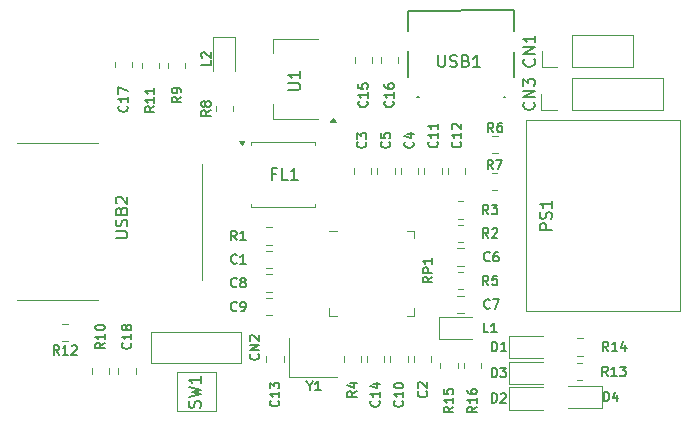
<source format=gbr>
G04 #@! TF.GenerationSoftware,KiCad,Pcbnew,8.0.4*
G04 #@! TF.CreationDate,2024-12-08T00:01:49+02:00*
G04 #@! TF.ProjectId,usb2ps2,75736232-7073-4322-9e6b-696361645f70,1.2*
G04 #@! TF.SameCoordinates,Original*
G04 #@! TF.FileFunction,Legend,Top*
G04 #@! TF.FilePolarity,Positive*
%FSLAX46Y46*%
G04 Gerber Fmt 4.6, Leading zero omitted, Abs format (unit mm)*
G04 Created by KiCad (PCBNEW 8.0.4) date 2024-12-08 00:01:49*
%MOMM*%
%LPD*%
G01*
G04 APERTURE LIST*
%ADD10C,0.130000*%
%ADD11C,0.150000*%
%ADD12C,0.120000*%
%ADD13C,0.100000*%
G04 APERTURE END LIST*
D10*
X137113335Y-105464285D02*
X136732382Y-105730952D01*
X137113335Y-105921428D02*
X136313335Y-105921428D01*
X136313335Y-105921428D02*
X136313335Y-105616666D01*
X136313335Y-105616666D02*
X136351430Y-105540476D01*
X136351430Y-105540476D02*
X136389525Y-105502381D01*
X136389525Y-105502381D02*
X136465716Y-105464285D01*
X136465716Y-105464285D02*
X136580001Y-105464285D01*
X136580001Y-105464285D02*
X136656192Y-105502381D01*
X136656192Y-105502381D02*
X136694287Y-105540476D01*
X136694287Y-105540476D02*
X136732382Y-105616666D01*
X136732382Y-105616666D02*
X136732382Y-105921428D01*
X137113335Y-104702381D02*
X137113335Y-105159524D01*
X137113335Y-104930952D02*
X136313335Y-104930952D01*
X136313335Y-104930952D02*
X136427620Y-105007143D01*
X136427620Y-105007143D02*
X136503811Y-105083333D01*
X136503811Y-105083333D02*
X136541906Y-105159524D01*
X136313335Y-104016666D02*
X136313335Y-104169047D01*
X136313335Y-104169047D02*
X136351430Y-104245238D01*
X136351430Y-104245238D02*
X136389525Y-104283333D01*
X136389525Y-104283333D02*
X136503811Y-104359523D01*
X136503811Y-104359523D02*
X136656192Y-104397619D01*
X136656192Y-104397619D02*
X136960954Y-104397619D01*
X136960954Y-104397619D02*
X137037144Y-104359523D01*
X137037144Y-104359523D02*
X137075240Y-104321428D01*
X137075240Y-104321428D02*
X137113335Y-104245238D01*
X137113335Y-104245238D02*
X137113335Y-104092857D01*
X137113335Y-104092857D02*
X137075240Y-104016666D01*
X137075240Y-104016666D02*
X137037144Y-103978571D01*
X137037144Y-103978571D02*
X136960954Y-103940476D01*
X136960954Y-103940476D02*
X136770478Y-103940476D01*
X136770478Y-103940476D02*
X136694287Y-103978571D01*
X136694287Y-103978571D02*
X136656192Y-104016666D01*
X136656192Y-104016666D02*
X136618097Y-104092857D01*
X136618097Y-104092857D02*
X136618097Y-104245238D01*
X136618097Y-104245238D02*
X136656192Y-104321428D01*
X136656192Y-104321428D02*
X136694287Y-104359523D01*
X136694287Y-104359523D02*
X136770478Y-104397619D01*
X135113335Y-105464285D02*
X134732382Y-105730952D01*
X135113335Y-105921428D02*
X134313335Y-105921428D01*
X134313335Y-105921428D02*
X134313335Y-105616666D01*
X134313335Y-105616666D02*
X134351430Y-105540476D01*
X134351430Y-105540476D02*
X134389525Y-105502381D01*
X134389525Y-105502381D02*
X134465716Y-105464285D01*
X134465716Y-105464285D02*
X134580001Y-105464285D01*
X134580001Y-105464285D02*
X134656192Y-105502381D01*
X134656192Y-105502381D02*
X134694287Y-105540476D01*
X134694287Y-105540476D02*
X134732382Y-105616666D01*
X134732382Y-105616666D02*
X134732382Y-105921428D01*
X135113335Y-104702381D02*
X135113335Y-105159524D01*
X135113335Y-104930952D02*
X134313335Y-104930952D01*
X134313335Y-104930952D02*
X134427620Y-105007143D01*
X134427620Y-105007143D02*
X134503811Y-105083333D01*
X134503811Y-105083333D02*
X134541906Y-105159524D01*
X134313335Y-103978571D02*
X134313335Y-104359523D01*
X134313335Y-104359523D02*
X134694287Y-104397619D01*
X134694287Y-104397619D02*
X134656192Y-104359523D01*
X134656192Y-104359523D02*
X134618097Y-104283333D01*
X134618097Y-104283333D02*
X134618097Y-104092857D01*
X134618097Y-104092857D02*
X134656192Y-104016666D01*
X134656192Y-104016666D02*
X134694287Y-103978571D01*
X134694287Y-103978571D02*
X134770478Y-103940476D01*
X134770478Y-103940476D02*
X134960954Y-103940476D01*
X134960954Y-103940476D02*
X135037144Y-103978571D01*
X135037144Y-103978571D02*
X135075240Y-104016666D01*
X135075240Y-104016666D02*
X135113335Y-104092857D01*
X135113335Y-104092857D02*
X135113335Y-104283333D01*
X135113335Y-104283333D02*
X135075240Y-104359523D01*
X135075240Y-104359523D02*
X135037144Y-104397619D01*
X148235714Y-100763335D02*
X147969047Y-100382382D01*
X147778571Y-100763335D02*
X147778571Y-99963335D01*
X147778571Y-99963335D02*
X148083333Y-99963335D01*
X148083333Y-99963335D02*
X148159523Y-100001430D01*
X148159523Y-100001430D02*
X148197618Y-100039525D01*
X148197618Y-100039525D02*
X148235714Y-100115716D01*
X148235714Y-100115716D02*
X148235714Y-100230001D01*
X148235714Y-100230001D02*
X148197618Y-100306192D01*
X148197618Y-100306192D02*
X148159523Y-100344287D01*
X148159523Y-100344287D02*
X148083333Y-100382382D01*
X148083333Y-100382382D02*
X147778571Y-100382382D01*
X148997618Y-100763335D02*
X148540475Y-100763335D01*
X148769047Y-100763335D02*
X148769047Y-99963335D01*
X148769047Y-99963335D02*
X148692856Y-100077620D01*
X148692856Y-100077620D02*
X148616666Y-100153811D01*
X148616666Y-100153811D02*
X148540475Y-100191906D01*
X149683333Y-100230001D02*
X149683333Y-100763335D01*
X149492857Y-99925240D02*
X149302380Y-100496668D01*
X149302380Y-100496668D02*
X149797619Y-100496668D01*
X148185714Y-102863335D02*
X147919047Y-102482382D01*
X147728571Y-102863335D02*
X147728571Y-102063335D01*
X147728571Y-102063335D02*
X148033333Y-102063335D01*
X148033333Y-102063335D02*
X148109523Y-102101430D01*
X148109523Y-102101430D02*
X148147618Y-102139525D01*
X148147618Y-102139525D02*
X148185714Y-102215716D01*
X148185714Y-102215716D02*
X148185714Y-102330001D01*
X148185714Y-102330001D02*
X148147618Y-102406192D01*
X148147618Y-102406192D02*
X148109523Y-102444287D01*
X148109523Y-102444287D02*
X148033333Y-102482382D01*
X148033333Y-102482382D02*
X147728571Y-102482382D01*
X148947618Y-102863335D02*
X148490475Y-102863335D01*
X148719047Y-102863335D02*
X148719047Y-102063335D01*
X148719047Y-102063335D02*
X148642856Y-102177620D01*
X148642856Y-102177620D02*
X148566666Y-102253811D01*
X148566666Y-102253811D02*
X148490475Y-102291906D01*
X149214285Y-102063335D02*
X149709523Y-102063335D01*
X149709523Y-102063335D02*
X149442857Y-102368097D01*
X149442857Y-102368097D02*
X149557142Y-102368097D01*
X149557142Y-102368097D02*
X149633333Y-102406192D01*
X149633333Y-102406192D02*
X149671428Y-102444287D01*
X149671428Y-102444287D02*
X149709523Y-102520478D01*
X149709523Y-102520478D02*
X149709523Y-102710954D01*
X149709523Y-102710954D02*
X149671428Y-102787144D01*
X149671428Y-102787144D02*
X149633333Y-102825240D01*
X149633333Y-102825240D02*
X149557142Y-102863335D01*
X149557142Y-102863335D02*
X149328571Y-102863335D01*
X149328571Y-102863335D02*
X149252380Y-102825240D01*
X149252380Y-102825240D02*
X149214285Y-102787144D01*
X101735714Y-101063335D02*
X101469047Y-100682382D01*
X101278571Y-101063335D02*
X101278571Y-100263335D01*
X101278571Y-100263335D02*
X101583333Y-100263335D01*
X101583333Y-100263335D02*
X101659523Y-100301430D01*
X101659523Y-100301430D02*
X101697618Y-100339525D01*
X101697618Y-100339525D02*
X101735714Y-100415716D01*
X101735714Y-100415716D02*
X101735714Y-100530001D01*
X101735714Y-100530001D02*
X101697618Y-100606192D01*
X101697618Y-100606192D02*
X101659523Y-100644287D01*
X101659523Y-100644287D02*
X101583333Y-100682382D01*
X101583333Y-100682382D02*
X101278571Y-100682382D01*
X102497618Y-101063335D02*
X102040475Y-101063335D01*
X102269047Y-101063335D02*
X102269047Y-100263335D01*
X102269047Y-100263335D02*
X102192856Y-100377620D01*
X102192856Y-100377620D02*
X102116666Y-100453811D01*
X102116666Y-100453811D02*
X102040475Y-100491906D01*
X102802380Y-100339525D02*
X102840476Y-100301430D01*
X102840476Y-100301430D02*
X102916666Y-100263335D01*
X102916666Y-100263335D02*
X103107142Y-100263335D01*
X103107142Y-100263335D02*
X103183333Y-100301430D01*
X103183333Y-100301430D02*
X103221428Y-100339525D01*
X103221428Y-100339525D02*
X103259523Y-100415716D01*
X103259523Y-100415716D02*
X103259523Y-100491906D01*
X103259523Y-100491906D02*
X103221428Y-100606192D01*
X103221428Y-100606192D02*
X102764285Y-101063335D01*
X102764285Y-101063335D02*
X103259523Y-101063335D01*
X109813335Y-80014285D02*
X109432382Y-80280952D01*
X109813335Y-80471428D02*
X109013335Y-80471428D01*
X109013335Y-80471428D02*
X109013335Y-80166666D01*
X109013335Y-80166666D02*
X109051430Y-80090476D01*
X109051430Y-80090476D02*
X109089525Y-80052381D01*
X109089525Y-80052381D02*
X109165716Y-80014285D01*
X109165716Y-80014285D02*
X109280001Y-80014285D01*
X109280001Y-80014285D02*
X109356192Y-80052381D01*
X109356192Y-80052381D02*
X109394287Y-80090476D01*
X109394287Y-80090476D02*
X109432382Y-80166666D01*
X109432382Y-80166666D02*
X109432382Y-80471428D01*
X109813335Y-79252381D02*
X109813335Y-79709524D01*
X109813335Y-79480952D02*
X109013335Y-79480952D01*
X109013335Y-79480952D02*
X109127620Y-79557143D01*
X109127620Y-79557143D02*
X109203811Y-79633333D01*
X109203811Y-79633333D02*
X109241906Y-79709524D01*
X109813335Y-78490476D02*
X109813335Y-78947619D01*
X109813335Y-78719047D02*
X109013335Y-78719047D01*
X109013335Y-78719047D02*
X109127620Y-78795238D01*
X109127620Y-78795238D02*
X109203811Y-78871428D01*
X109203811Y-78871428D02*
X109241906Y-78947619D01*
X105613335Y-100064285D02*
X105232382Y-100330952D01*
X105613335Y-100521428D02*
X104813335Y-100521428D01*
X104813335Y-100521428D02*
X104813335Y-100216666D01*
X104813335Y-100216666D02*
X104851430Y-100140476D01*
X104851430Y-100140476D02*
X104889525Y-100102381D01*
X104889525Y-100102381D02*
X104965716Y-100064285D01*
X104965716Y-100064285D02*
X105080001Y-100064285D01*
X105080001Y-100064285D02*
X105156192Y-100102381D01*
X105156192Y-100102381D02*
X105194287Y-100140476D01*
X105194287Y-100140476D02*
X105232382Y-100216666D01*
X105232382Y-100216666D02*
X105232382Y-100521428D01*
X105613335Y-99302381D02*
X105613335Y-99759524D01*
X105613335Y-99530952D02*
X104813335Y-99530952D01*
X104813335Y-99530952D02*
X104927620Y-99607143D01*
X104927620Y-99607143D02*
X105003811Y-99683333D01*
X105003811Y-99683333D02*
X105041906Y-99759524D01*
X104813335Y-98807142D02*
X104813335Y-98730952D01*
X104813335Y-98730952D02*
X104851430Y-98654761D01*
X104851430Y-98654761D02*
X104889525Y-98616666D01*
X104889525Y-98616666D02*
X104965716Y-98578571D01*
X104965716Y-98578571D02*
X105118097Y-98540476D01*
X105118097Y-98540476D02*
X105308573Y-98540476D01*
X105308573Y-98540476D02*
X105460954Y-98578571D01*
X105460954Y-98578571D02*
X105537144Y-98616666D01*
X105537144Y-98616666D02*
X105575240Y-98654761D01*
X105575240Y-98654761D02*
X105613335Y-98730952D01*
X105613335Y-98730952D02*
X105613335Y-98807142D01*
X105613335Y-98807142D02*
X105575240Y-98883333D01*
X105575240Y-98883333D02*
X105537144Y-98921428D01*
X105537144Y-98921428D02*
X105460954Y-98959523D01*
X105460954Y-98959523D02*
X105308573Y-98997619D01*
X105308573Y-98997619D02*
X105118097Y-98997619D01*
X105118097Y-98997619D02*
X104965716Y-98959523D01*
X104965716Y-98959523D02*
X104889525Y-98921428D01*
X104889525Y-98921428D02*
X104851430Y-98883333D01*
X104851430Y-98883333D02*
X104813335Y-98807142D01*
X112063335Y-79233332D02*
X111682382Y-79499999D01*
X112063335Y-79690475D02*
X111263335Y-79690475D01*
X111263335Y-79690475D02*
X111263335Y-79385713D01*
X111263335Y-79385713D02*
X111301430Y-79309523D01*
X111301430Y-79309523D02*
X111339525Y-79271428D01*
X111339525Y-79271428D02*
X111415716Y-79233332D01*
X111415716Y-79233332D02*
X111530001Y-79233332D01*
X111530001Y-79233332D02*
X111606192Y-79271428D01*
X111606192Y-79271428D02*
X111644287Y-79309523D01*
X111644287Y-79309523D02*
X111682382Y-79385713D01*
X111682382Y-79385713D02*
X111682382Y-79690475D01*
X112063335Y-78852380D02*
X112063335Y-78699999D01*
X112063335Y-78699999D02*
X112025240Y-78623809D01*
X112025240Y-78623809D02*
X111987144Y-78585713D01*
X111987144Y-78585713D02*
X111872859Y-78509523D01*
X111872859Y-78509523D02*
X111720478Y-78471428D01*
X111720478Y-78471428D02*
X111415716Y-78471428D01*
X111415716Y-78471428D02*
X111339525Y-78509523D01*
X111339525Y-78509523D02*
X111301430Y-78547618D01*
X111301430Y-78547618D02*
X111263335Y-78623809D01*
X111263335Y-78623809D02*
X111263335Y-78776190D01*
X111263335Y-78776190D02*
X111301430Y-78852380D01*
X111301430Y-78852380D02*
X111339525Y-78890475D01*
X111339525Y-78890475D02*
X111415716Y-78928571D01*
X111415716Y-78928571D02*
X111606192Y-78928571D01*
X111606192Y-78928571D02*
X111682382Y-78890475D01*
X111682382Y-78890475D02*
X111720478Y-78852380D01*
X111720478Y-78852380D02*
X111758573Y-78776190D01*
X111758573Y-78776190D02*
X111758573Y-78623809D01*
X111758573Y-78623809D02*
X111720478Y-78547618D01*
X111720478Y-78547618D02*
X111682382Y-78509523D01*
X111682382Y-78509523D02*
X111606192Y-78471428D01*
X114588335Y-80355832D02*
X114207382Y-80622499D01*
X114588335Y-80812975D02*
X113788335Y-80812975D01*
X113788335Y-80812975D02*
X113788335Y-80508213D01*
X113788335Y-80508213D02*
X113826430Y-80432023D01*
X113826430Y-80432023D02*
X113864525Y-80393928D01*
X113864525Y-80393928D02*
X113940716Y-80355832D01*
X113940716Y-80355832D02*
X114055001Y-80355832D01*
X114055001Y-80355832D02*
X114131192Y-80393928D01*
X114131192Y-80393928D02*
X114169287Y-80432023D01*
X114169287Y-80432023D02*
X114207382Y-80508213D01*
X114207382Y-80508213D02*
X114207382Y-80812975D01*
X114131192Y-79898690D02*
X114093097Y-79974880D01*
X114093097Y-79974880D02*
X114055001Y-80012975D01*
X114055001Y-80012975D02*
X113978811Y-80051071D01*
X113978811Y-80051071D02*
X113940716Y-80051071D01*
X113940716Y-80051071D02*
X113864525Y-80012975D01*
X113864525Y-80012975D02*
X113826430Y-79974880D01*
X113826430Y-79974880D02*
X113788335Y-79898690D01*
X113788335Y-79898690D02*
X113788335Y-79746309D01*
X113788335Y-79746309D02*
X113826430Y-79670118D01*
X113826430Y-79670118D02*
X113864525Y-79632023D01*
X113864525Y-79632023D02*
X113940716Y-79593928D01*
X113940716Y-79593928D02*
X113978811Y-79593928D01*
X113978811Y-79593928D02*
X114055001Y-79632023D01*
X114055001Y-79632023D02*
X114093097Y-79670118D01*
X114093097Y-79670118D02*
X114131192Y-79746309D01*
X114131192Y-79746309D02*
X114131192Y-79898690D01*
X114131192Y-79898690D02*
X114169287Y-79974880D01*
X114169287Y-79974880D02*
X114207382Y-80012975D01*
X114207382Y-80012975D02*
X114283573Y-80051071D01*
X114283573Y-80051071D02*
X114435954Y-80051071D01*
X114435954Y-80051071D02*
X114512144Y-80012975D01*
X114512144Y-80012975D02*
X114550240Y-79974880D01*
X114550240Y-79974880D02*
X114588335Y-79898690D01*
X114588335Y-79898690D02*
X114588335Y-79746309D01*
X114588335Y-79746309D02*
X114550240Y-79670118D01*
X114550240Y-79670118D02*
X114512144Y-79632023D01*
X114512144Y-79632023D02*
X114435954Y-79593928D01*
X114435954Y-79593928D02*
X114283573Y-79593928D01*
X114283573Y-79593928D02*
X114207382Y-79632023D01*
X114207382Y-79632023D02*
X114169287Y-79670118D01*
X114169287Y-79670118D02*
X114131192Y-79746309D01*
X138466667Y-85363335D02*
X138200000Y-84982382D01*
X138009524Y-85363335D02*
X138009524Y-84563335D01*
X138009524Y-84563335D02*
X138314286Y-84563335D01*
X138314286Y-84563335D02*
X138390476Y-84601430D01*
X138390476Y-84601430D02*
X138428571Y-84639525D01*
X138428571Y-84639525D02*
X138466667Y-84715716D01*
X138466667Y-84715716D02*
X138466667Y-84830001D01*
X138466667Y-84830001D02*
X138428571Y-84906192D01*
X138428571Y-84906192D02*
X138390476Y-84944287D01*
X138390476Y-84944287D02*
X138314286Y-84982382D01*
X138314286Y-84982382D02*
X138009524Y-84982382D01*
X138733333Y-84563335D02*
X139266667Y-84563335D01*
X139266667Y-84563335D02*
X138923809Y-85363335D01*
X138516667Y-82213335D02*
X138250000Y-81832382D01*
X138059524Y-82213335D02*
X138059524Y-81413335D01*
X138059524Y-81413335D02*
X138364286Y-81413335D01*
X138364286Y-81413335D02*
X138440476Y-81451430D01*
X138440476Y-81451430D02*
X138478571Y-81489525D01*
X138478571Y-81489525D02*
X138516667Y-81565716D01*
X138516667Y-81565716D02*
X138516667Y-81680001D01*
X138516667Y-81680001D02*
X138478571Y-81756192D01*
X138478571Y-81756192D02*
X138440476Y-81794287D01*
X138440476Y-81794287D02*
X138364286Y-81832382D01*
X138364286Y-81832382D02*
X138059524Y-81832382D01*
X139202381Y-81413335D02*
X139050000Y-81413335D01*
X139050000Y-81413335D02*
X138973809Y-81451430D01*
X138973809Y-81451430D02*
X138935714Y-81489525D01*
X138935714Y-81489525D02*
X138859524Y-81603811D01*
X138859524Y-81603811D02*
X138821428Y-81756192D01*
X138821428Y-81756192D02*
X138821428Y-82060954D01*
X138821428Y-82060954D02*
X138859524Y-82137144D01*
X138859524Y-82137144D02*
X138897619Y-82175240D01*
X138897619Y-82175240D02*
X138973809Y-82213335D01*
X138973809Y-82213335D02*
X139126190Y-82213335D01*
X139126190Y-82213335D02*
X139202381Y-82175240D01*
X139202381Y-82175240D02*
X139240476Y-82137144D01*
X139240476Y-82137144D02*
X139278571Y-82060954D01*
X139278571Y-82060954D02*
X139278571Y-81870478D01*
X139278571Y-81870478D02*
X139240476Y-81794287D01*
X139240476Y-81794287D02*
X139202381Y-81756192D01*
X139202381Y-81756192D02*
X139126190Y-81718097D01*
X139126190Y-81718097D02*
X138973809Y-81718097D01*
X138973809Y-81718097D02*
X138897619Y-81756192D01*
X138897619Y-81756192D02*
X138859524Y-81794287D01*
X138859524Y-81794287D02*
X138821428Y-81870478D01*
X138091667Y-95163335D02*
X137825000Y-94782382D01*
X137634524Y-95163335D02*
X137634524Y-94363335D01*
X137634524Y-94363335D02*
X137939286Y-94363335D01*
X137939286Y-94363335D02*
X138015476Y-94401430D01*
X138015476Y-94401430D02*
X138053571Y-94439525D01*
X138053571Y-94439525D02*
X138091667Y-94515716D01*
X138091667Y-94515716D02*
X138091667Y-94630001D01*
X138091667Y-94630001D02*
X138053571Y-94706192D01*
X138053571Y-94706192D02*
X138015476Y-94744287D01*
X138015476Y-94744287D02*
X137939286Y-94782382D01*
X137939286Y-94782382D02*
X137634524Y-94782382D01*
X138815476Y-94363335D02*
X138434524Y-94363335D01*
X138434524Y-94363335D02*
X138396428Y-94744287D01*
X138396428Y-94744287D02*
X138434524Y-94706192D01*
X138434524Y-94706192D02*
X138510714Y-94668097D01*
X138510714Y-94668097D02*
X138701190Y-94668097D01*
X138701190Y-94668097D02*
X138777381Y-94706192D01*
X138777381Y-94706192D02*
X138815476Y-94744287D01*
X138815476Y-94744287D02*
X138853571Y-94820478D01*
X138853571Y-94820478D02*
X138853571Y-95010954D01*
X138853571Y-95010954D02*
X138815476Y-95087144D01*
X138815476Y-95087144D02*
X138777381Y-95125240D01*
X138777381Y-95125240D02*
X138701190Y-95163335D01*
X138701190Y-95163335D02*
X138510714Y-95163335D01*
X138510714Y-95163335D02*
X138434524Y-95125240D01*
X138434524Y-95125240D02*
X138396428Y-95087144D01*
X126938335Y-104158332D02*
X126557382Y-104424999D01*
X126938335Y-104615475D02*
X126138335Y-104615475D01*
X126138335Y-104615475D02*
X126138335Y-104310713D01*
X126138335Y-104310713D02*
X126176430Y-104234523D01*
X126176430Y-104234523D02*
X126214525Y-104196428D01*
X126214525Y-104196428D02*
X126290716Y-104158332D01*
X126290716Y-104158332D02*
X126405001Y-104158332D01*
X126405001Y-104158332D02*
X126481192Y-104196428D01*
X126481192Y-104196428D02*
X126519287Y-104234523D01*
X126519287Y-104234523D02*
X126557382Y-104310713D01*
X126557382Y-104310713D02*
X126557382Y-104615475D01*
X126405001Y-103472618D02*
X126938335Y-103472618D01*
X126100240Y-103663094D02*
X126671668Y-103853571D01*
X126671668Y-103853571D02*
X126671668Y-103358332D01*
X116766667Y-91363335D02*
X116500000Y-90982382D01*
X116309524Y-91363335D02*
X116309524Y-90563335D01*
X116309524Y-90563335D02*
X116614286Y-90563335D01*
X116614286Y-90563335D02*
X116690476Y-90601430D01*
X116690476Y-90601430D02*
X116728571Y-90639525D01*
X116728571Y-90639525D02*
X116766667Y-90715716D01*
X116766667Y-90715716D02*
X116766667Y-90830001D01*
X116766667Y-90830001D02*
X116728571Y-90906192D01*
X116728571Y-90906192D02*
X116690476Y-90944287D01*
X116690476Y-90944287D02*
X116614286Y-90982382D01*
X116614286Y-90982382D02*
X116309524Y-90982382D01*
X117528571Y-91363335D02*
X117071428Y-91363335D01*
X117300000Y-91363335D02*
X117300000Y-90563335D01*
X117300000Y-90563335D02*
X117223809Y-90677620D01*
X117223809Y-90677620D02*
X117147619Y-90753811D01*
X117147619Y-90753811D02*
X117071428Y-90791906D01*
X114563335Y-76133333D02*
X114563335Y-76514285D01*
X114563335Y-76514285D02*
X113763335Y-76514285D01*
X113839525Y-75904762D02*
X113801430Y-75866666D01*
X113801430Y-75866666D02*
X113763335Y-75790476D01*
X113763335Y-75790476D02*
X113763335Y-75600000D01*
X113763335Y-75600000D02*
X113801430Y-75523809D01*
X113801430Y-75523809D02*
X113839525Y-75485714D01*
X113839525Y-75485714D02*
X113915716Y-75447619D01*
X113915716Y-75447619D02*
X113991906Y-75447619D01*
X113991906Y-75447619D02*
X114106192Y-75485714D01*
X114106192Y-75485714D02*
X114563335Y-75942857D01*
X114563335Y-75942857D02*
X114563335Y-75447619D01*
X138091666Y-99163335D02*
X137710714Y-99163335D01*
X137710714Y-99163335D02*
X137710714Y-98363335D01*
X138777380Y-99163335D02*
X138320237Y-99163335D01*
X138548809Y-99163335D02*
X138548809Y-98363335D01*
X138548809Y-98363335D02*
X138472618Y-98477620D01*
X138472618Y-98477620D02*
X138396428Y-98553811D01*
X138396428Y-98553811D02*
X138320237Y-98591906D01*
X147834524Y-105013335D02*
X147834524Y-104213335D01*
X147834524Y-104213335D02*
X148025000Y-104213335D01*
X148025000Y-104213335D02*
X148139286Y-104251430D01*
X148139286Y-104251430D02*
X148215476Y-104327620D01*
X148215476Y-104327620D02*
X148253571Y-104403811D01*
X148253571Y-104403811D02*
X148291667Y-104556192D01*
X148291667Y-104556192D02*
X148291667Y-104670478D01*
X148291667Y-104670478D02*
X148253571Y-104822859D01*
X148253571Y-104822859D02*
X148215476Y-104899049D01*
X148215476Y-104899049D02*
X148139286Y-104975240D01*
X148139286Y-104975240D02*
X148025000Y-105013335D01*
X148025000Y-105013335D02*
X147834524Y-105013335D01*
X148977381Y-104480001D02*
X148977381Y-105013335D01*
X148786905Y-104175240D02*
X148596428Y-104746668D01*
X148596428Y-104746668D02*
X149091667Y-104746668D01*
X138384524Y-102963335D02*
X138384524Y-102163335D01*
X138384524Y-102163335D02*
X138575000Y-102163335D01*
X138575000Y-102163335D02*
X138689286Y-102201430D01*
X138689286Y-102201430D02*
X138765476Y-102277620D01*
X138765476Y-102277620D02*
X138803571Y-102353811D01*
X138803571Y-102353811D02*
X138841667Y-102506192D01*
X138841667Y-102506192D02*
X138841667Y-102620478D01*
X138841667Y-102620478D02*
X138803571Y-102772859D01*
X138803571Y-102772859D02*
X138765476Y-102849049D01*
X138765476Y-102849049D02*
X138689286Y-102925240D01*
X138689286Y-102925240D02*
X138575000Y-102963335D01*
X138575000Y-102963335D02*
X138384524Y-102963335D01*
X139108333Y-102163335D02*
X139603571Y-102163335D01*
X139603571Y-102163335D02*
X139336905Y-102468097D01*
X139336905Y-102468097D02*
X139451190Y-102468097D01*
X139451190Y-102468097D02*
X139527381Y-102506192D01*
X139527381Y-102506192D02*
X139565476Y-102544287D01*
X139565476Y-102544287D02*
X139603571Y-102620478D01*
X139603571Y-102620478D02*
X139603571Y-102810954D01*
X139603571Y-102810954D02*
X139565476Y-102887144D01*
X139565476Y-102887144D02*
X139527381Y-102925240D01*
X139527381Y-102925240D02*
X139451190Y-102963335D01*
X139451190Y-102963335D02*
X139222619Y-102963335D01*
X139222619Y-102963335D02*
X139146428Y-102925240D01*
X139146428Y-102925240D02*
X139108333Y-102887144D01*
X138384524Y-105113335D02*
X138384524Y-104313335D01*
X138384524Y-104313335D02*
X138575000Y-104313335D01*
X138575000Y-104313335D02*
X138689286Y-104351430D01*
X138689286Y-104351430D02*
X138765476Y-104427620D01*
X138765476Y-104427620D02*
X138803571Y-104503811D01*
X138803571Y-104503811D02*
X138841667Y-104656192D01*
X138841667Y-104656192D02*
X138841667Y-104770478D01*
X138841667Y-104770478D02*
X138803571Y-104922859D01*
X138803571Y-104922859D02*
X138765476Y-104999049D01*
X138765476Y-104999049D02*
X138689286Y-105075240D01*
X138689286Y-105075240D02*
X138575000Y-105113335D01*
X138575000Y-105113335D02*
X138384524Y-105113335D01*
X139146428Y-104389525D02*
X139184524Y-104351430D01*
X139184524Y-104351430D02*
X139260714Y-104313335D01*
X139260714Y-104313335D02*
X139451190Y-104313335D01*
X139451190Y-104313335D02*
X139527381Y-104351430D01*
X139527381Y-104351430D02*
X139565476Y-104389525D01*
X139565476Y-104389525D02*
X139603571Y-104465716D01*
X139603571Y-104465716D02*
X139603571Y-104541906D01*
X139603571Y-104541906D02*
X139565476Y-104656192D01*
X139565476Y-104656192D02*
X139108333Y-105113335D01*
X139108333Y-105113335D02*
X139603571Y-105113335D01*
X138384524Y-100763335D02*
X138384524Y-99963335D01*
X138384524Y-99963335D02*
X138575000Y-99963335D01*
X138575000Y-99963335D02*
X138689286Y-100001430D01*
X138689286Y-100001430D02*
X138765476Y-100077620D01*
X138765476Y-100077620D02*
X138803571Y-100153811D01*
X138803571Y-100153811D02*
X138841667Y-100306192D01*
X138841667Y-100306192D02*
X138841667Y-100420478D01*
X138841667Y-100420478D02*
X138803571Y-100572859D01*
X138803571Y-100572859D02*
X138765476Y-100649049D01*
X138765476Y-100649049D02*
X138689286Y-100725240D01*
X138689286Y-100725240D02*
X138575000Y-100763335D01*
X138575000Y-100763335D02*
X138384524Y-100763335D01*
X139603571Y-100763335D02*
X139146428Y-100763335D01*
X139375000Y-100763335D02*
X139375000Y-99963335D01*
X139375000Y-99963335D02*
X139298809Y-100077620D01*
X139298809Y-100077620D02*
X139222619Y-100153811D01*
X139222619Y-100153811D02*
X139146428Y-100191906D01*
X107787144Y-100051785D02*
X107825240Y-100089881D01*
X107825240Y-100089881D02*
X107863335Y-100204166D01*
X107863335Y-100204166D02*
X107863335Y-100280357D01*
X107863335Y-100280357D02*
X107825240Y-100394643D01*
X107825240Y-100394643D02*
X107749049Y-100470833D01*
X107749049Y-100470833D02*
X107672859Y-100508928D01*
X107672859Y-100508928D02*
X107520478Y-100547024D01*
X107520478Y-100547024D02*
X107406192Y-100547024D01*
X107406192Y-100547024D02*
X107253811Y-100508928D01*
X107253811Y-100508928D02*
X107177620Y-100470833D01*
X107177620Y-100470833D02*
X107101430Y-100394643D01*
X107101430Y-100394643D02*
X107063335Y-100280357D01*
X107063335Y-100280357D02*
X107063335Y-100204166D01*
X107063335Y-100204166D02*
X107101430Y-100089881D01*
X107101430Y-100089881D02*
X107139525Y-100051785D01*
X107863335Y-99289881D02*
X107863335Y-99747024D01*
X107863335Y-99518452D02*
X107063335Y-99518452D01*
X107063335Y-99518452D02*
X107177620Y-99594643D01*
X107177620Y-99594643D02*
X107253811Y-99670833D01*
X107253811Y-99670833D02*
X107291906Y-99747024D01*
X107406192Y-98832738D02*
X107368097Y-98908928D01*
X107368097Y-98908928D02*
X107330001Y-98947023D01*
X107330001Y-98947023D02*
X107253811Y-98985119D01*
X107253811Y-98985119D02*
X107215716Y-98985119D01*
X107215716Y-98985119D02*
X107139525Y-98947023D01*
X107139525Y-98947023D02*
X107101430Y-98908928D01*
X107101430Y-98908928D02*
X107063335Y-98832738D01*
X107063335Y-98832738D02*
X107063335Y-98680357D01*
X107063335Y-98680357D02*
X107101430Y-98604166D01*
X107101430Y-98604166D02*
X107139525Y-98566071D01*
X107139525Y-98566071D02*
X107215716Y-98527976D01*
X107215716Y-98527976D02*
X107253811Y-98527976D01*
X107253811Y-98527976D02*
X107330001Y-98566071D01*
X107330001Y-98566071D02*
X107368097Y-98604166D01*
X107368097Y-98604166D02*
X107406192Y-98680357D01*
X107406192Y-98680357D02*
X107406192Y-98832738D01*
X107406192Y-98832738D02*
X107444287Y-98908928D01*
X107444287Y-98908928D02*
X107482382Y-98947023D01*
X107482382Y-98947023D02*
X107558573Y-98985119D01*
X107558573Y-98985119D02*
X107710954Y-98985119D01*
X107710954Y-98985119D02*
X107787144Y-98947023D01*
X107787144Y-98947023D02*
X107825240Y-98908928D01*
X107825240Y-98908928D02*
X107863335Y-98832738D01*
X107863335Y-98832738D02*
X107863335Y-98680357D01*
X107863335Y-98680357D02*
X107825240Y-98604166D01*
X107825240Y-98604166D02*
X107787144Y-98566071D01*
X107787144Y-98566071D02*
X107710954Y-98527976D01*
X107710954Y-98527976D02*
X107558573Y-98527976D01*
X107558573Y-98527976D02*
X107482382Y-98566071D01*
X107482382Y-98566071D02*
X107444287Y-98604166D01*
X107444287Y-98604166D02*
X107406192Y-98680357D01*
X107487144Y-79976785D02*
X107525240Y-80014881D01*
X107525240Y-80014881D02*
X107563335Y-80129166D01*
X107563335Y-80129166D02*
X107563335Y-80205357D01*
X107563335Y-80205357D02*
X107525240Y-80319643D01*
X107525240Y-80319643D02*
X107449049Y-80395833D01*
X107449049Y-80395833D02*
X107372859Y-80433928D01*
X107372859Y-80433928D02*
X107220478Y-80472024D01*
X107220478Y-80472024D02*
X107106192Y-80472024D01*
X107106192Y-80472024D02*
X106953811Y-80433928D01*
X106953811Y-80433928D02*
X106877620Y-80395833D01*
X106877620Y-80395833D02*
X106801430Y-80319643D01*
X106801430Y-80319643D02*
X106763335Y-80205357D01*
X106763335Y-80205357D02*
X106763335Y-80129166D01*
X106763335Y-80129166D02*
X106801430Y-80014881D01*
X106801430Y-80014881D02*
X106839525Y-79976785D01*
X107563335Y-79214881D02*
X107563335Y-79672024D01*
X107563335Y-79443452D02*
X106763335Y-79443452D01*
X106763335Y-79443452D02*
X106877620Y-79519643D01*
X106877620Y-79519643D02*
X106953811Y-79595833D01*
X106953811Y-79595833D02*
X106991906Y-79672024D01*
X106763335Y-78948214D02*
X106763335Y-78414880D01*
X106763335Y-78414880D02*
X107563335Y-78757738D01*
X129987144Y-79614285D02*
X130025240Y-79652381D01*
X130025240Y-79652381D02*
X130063335Y-79766666D01*
X130063335Y-79766666D02*
X130063335Y-79842857D01*
X130063335Y-79842857D02*
X130025240Y-79957143D01*
X130025240Y-79957143D02*
X129949049Y-80033333D01*
X129949049Y-80033333D02*
X129872859Y-80071428D01*
X129872859Y-80071428D02*
X129720478Y-80109524D01*
X129720478Y-80109524D02*
X129606192Y-80109524D01*
X129606192Y-80109524D02*
X129453811Y-80071428D01*
X129453811Y-80071428D02*
X129377620Y-80033333D01*
X129377620Y-80033333D02*
X129301430Y-79957143D01*
X129301430Y-79957143D02*
X129263335Y-79842857D01*
X129263335Y-79842857D02*
X129263335Y-79766666D01*
X129263335Y-79766666D02*
X129301430Y-79652381D01*
X129301430Y-79652381D02*
X129339525Y-79614285D01*
X130063335Y-78852381D02*
X130063335Y-79309524D01*
X130063335Y-79080952D02*
X129263335Y-79080952D01*
X129263335Y-79080952D02*
X129377620Y-79157143D01*
X129377620Y-79157143D02*
X129453811Y-79233333D01*
X129453811Y-79233333D02*
X129491906Y-79309524D01*
X129263335Y-78166666D02*
X129263335Y-78319047D01*
X129263335Y-78319047D02*
X129301430Y-78395238D01*
X129301430Y-78395238D02*
X129339525Y-78433333D01*
X129339525Y-78433333D02*
X129453811Y-78509523D01*
X129453811Y-78509523D02*
X129606192Y-78547619D01*
X129606192Y-78547619D02*
X129910954Y-78547619D01*
X129910954Y-78547619D02*
X129987144Y-78509523D01*
X129987144Y-78509523D02*
X130025240Y-78471428D01*
X130025240Y-78471428D02*
X130063335Y-78395238D01*
X130063335Y-78395238D02*
X130063335Y-78242857D01*
X130063335Y-78242857D02*
X130025240Y-78166666D01*
X130025240Y-78166666D02*
X129987144Y-78128571D01*
X129987144Y-78128571D02*
X129910954Y-78090476D01*
X129910954Y-78090476D02*
X129720478Y-78090476D01*
X129720478Y-78090476D02*
X129644287Y-78128571D01*
X129644287Y-78128571D02*
X129606192Y-78166666D01*
X129606192Y-78166666D02*
X129568097Y-78242857D01*
X129568097Y-78242857D02*
X129568097Y-78395238D01*
X129568097Y-78395238D02*
X129606192Y-78471428D01*
X129606192Y-78471428D02*
X129644287Y-78509523D01*
X129644287Y-78509523D02*
X129720478Y-78547619D01*
X127787144Y-79614285D02*
X127825240Y-79652381D01*
X127825240Y-79652381D02*
X127863335Y-79766666D01*
X127863335Y-79766666D02*
X127863335Y-79842857D01*
X127863335Y-79842857D02*
X127825240Y-79957143D01*
X127825240Y-79957143D02*
X127749049Y-80033333D01*
X127749049Y-80033333D02*
X127672859Y-80071428D01*
X127672859Y-80071428D02*
X127520478Y-80109524D01*
X127520478Y-80109524D02*
X127406192Y-80109524D01*
X127406192Y-80109524D02*
X127253811Y-80071428D01*
X127253811Y-80071428D02*
X127177620Y-80033333D01*
X127177620Y-80033333D02*
X127101430Y-79957143D01*
X127101430Y-79957143D02*
X127063335Y-79842857D01*
X127063335Y-79842857D02*
X127063335Y-79766666D01*
X127063335Y-79766666D02*
X127101430Y-79652381D01*
X127101430Y-79652381D02*
X127139525Y-79614285D01*
X127863335Y-78852381D02*
X127863335Y-79309524D01*
X127863335Y-79080952D02*
X127063335Y-79080952D01*
X127063335Y-79080952D02*
X127177620Y-79157143D01*
X127177620Y-79157143D02*
X127253811Y-79233333D01*
X127253811Y-79233333D02*
X127291906Y-79309524D01*
X127063335Y-78128571D02*
X127063335Y-78509523D01*
X127063335Y-78509523D02*
X127444287Y-78547619D01*
X127444287Y-78547619D02*
X127406192Y-78509523D01*
X127406192Y-78509523D02*
X127368097Y-78433333D01*
X127368097Y-78433333D02*
X127368097Y-78242857D01*
X127368097Y-78242857D02*
X127406192Y-78166666D01*
X127406192Y-78166666D02*
X127444287Y-78128571D01*
X127444287Y-78128571D02*
X127520478Y-78090476D01*
X127520478Y-78090476D02*
X127710954Y-78090476D01*
X127710954Y-78090476D02*
X127787144Y-78128571D01*
X127787144Y-78128571D02*
X127825240Y-78166666D01*
X127825240Y-78166666D02*
X127863335Y-78242857D01*
X127863335Y-78242857D02*
X127863335Y-78433333D01*
X127863335Y-78433333D02*
X127825240Y-78509523D01*
X127825240Y-78509523D02*
X127787144Y-78547619D01*
X128812144Y-104951785D02*
X128850240Y-104989881D01*
X128850240Y-104989881D02*
X128888335Y-105104166D01*
X128888335Y-105104166D02*
X128888335Y-105180357D01*
X128888335Y-105180357D02*
X128850240Y-105294643D01*
X128850240Y-105294643D02*
X128774049Y-105370833D01*
X128774049Y-105370833D02*
X128697859Y-105408928D01*
X128697859Y-105408928D02*
X128545478Y-105447024D01*
X128545478Y-105447024D02*
X128431192Y-105447024D01*
X128431192Y-105447024D02*
X128278811Y-105408928D01*
X128278811Y-105408928D02*
X128202620Y-105370833D01*
X128202620Y-105370833D02*
X128126430Y-105294643D01*
X128126430Y-105294643D02*
X128088335Y-105180357D01*
X128088335Y-105180357D02*
X128088335Y-105104166D01*
X128088335Y-105104166D02*
X128126430Y-104989881D01*
X128126430Y-104989881D02*
X128164525Y-104951785D01*
X128888335Y-104189881D02*
X128888335Y-104647024D01*
X128888335Y-104418452D02*
X128088335Y-104418452D01*
X128088335Y-104418452D02*
X128202620Y-104494643D01*
X128202620Y-104494643D02*
X128278811Y-104570833D01*
X128278811Y-104570833D02*
X128316906Y-104647024D01*
X128355001Y-103504166D02*
X128888335Y-103504166D01*
X128050240Y-103694642D02*
X128621668Y-103885119D01*
X128621668Y-103885119D02*
X128621668Y-103389880D01*
X120312144Y-104939285D02*
X120350240Y-104977381D01*
X120350240Y-104977381D02*
X120388335Y-105091666D01*
X120388335Y-105091666D02*
X120388335Y-105167857D01*
X120388335Y-105167857D02*
X120350240Y-105282143D01*
X120350240Y-105282143D02*
X120274049Y-105358333D01*
X120274049Y-105358333D02*
X120197859Y-105396428D01*
X120197859Y-105396428D02*
X120045478Y-105434524D01*
X120045478Y-105434524D02*
X119931192Y-105434524D01*
X119931192Y-105434524D02*
X119778811Y-105396428D01*
X119778811Y-105396428D02*
X119702620Y-105358333D01*
X119702620Y-105358333D02*
X119626430Y-105282143D01*
X119626430Y-105282143D02*
X119588335Y-105167857D01*
X119588335Y-105167857D02*
X119588335Y-105091666D01*
X119588335Y-105091666D02*
X119626430Y-104977381D01*
X119626430Y-104977381D02*
X119664525Y-104939285D01*
X120388335Y-104177381D02*
X120388335Y-104634524D01*
X120388335Y-104405952D02*
X119588335Y-104405952D01*
X119588335Y-104405952D02*
X119702620Y-104482143D01*
X119702620Y-104482143D02*
X119778811Y-104558333D01*
X119778811Y-104558333D02*
X119816906Y-104634524D01*
X119588335Y-103910714D02*
X119588335Y-103415476D01*
X119588335Y-103415476D02*
X119893097Y-103682142D01*
X119893097Y-103682142D02*
X119893097Y-103567857D01*
X119893097Y-103567857D02*
X119931192Y-103491666D01*
X119931192Y-103491666D02*
X119969287Y-103453571D01*
X119969287Y-103453571D02*
X120045478Y-103415476D01*
X120045478Y-103415476D02*
X120235954Y-103415476D01*
X120235954Y-103415476D02*
X120312144Y-103453571D01*
X120312144Y-103453571D02*
X120350240Y-103491666D01*
X120350240Y-103491666D02*
X120388335Y-103567857D01*
X120388335Y-103567857D02*
X120388335Y-103796428D01*
X120388335Y-103796428D02*
X120350240Y-103872619D01*
X120350240Y-103872619D02*
X120312144Y-103910714D01*
X135687144Y-83014285D02*
X135725240Y-83052381D01*
X135725240Y-83052381D02*
X135763335Y-83166666D01*
X135763335Y-83166666D02*
X135763335Y-83242857D01*
X135763335Y-83242857D02*
X135725240Y-83357143D01*
X135725240Y-83357143D02*
X135649049Y-83433333D01*
X135649049Y-83433333D02*
X135572859Y-83471428D01*
X135572859Y-83471428D02*
X135420478Y-83509524D01*
X135420478Y-83509524D02*
X135306192Y-83509524D01*
X135306192Y-83509524D02*
X135153811Y-83471428D01*
X135153811Y-83471428D02*
X135077620Y-83433333D01*
X135077620Y-83433333D02*
X135001430Y-83357143D01*
X135001430Y-83357143D02*
X134963335Y-83242857D01*
X134963335Y-83242857D02*
X134963335Y-83166666D01*
X134963335Y-83166666D02*
X135001430Y-83052381D01*
X135001430Y-83052381D02*
X135039525Y-83014285D01*
X135763335Y-82252381D02*
X135763335Y-82709524D01*
X135763335Y-82480952D02*
X134963335Y-82480952D01*
X134963335Y-82480952D02*
X135077620Y-82557143D01*
X135077620Y-82557143D02*
X135153811Y-82633333D01*
X135153811Y-82633333D02*
X135191906Y-82709524D01*
X135039525Y-81947619D02*
X135001430Y-81909523D01*
X135001430Y-81909523D02*
X134963335Y-81833333D01*
X134963335Y-81833333D02*
X134963335Y-81642857D01*
X134963335Y-81642857D02*
X135001430Y-81566666D01*
X135001430Y-81566666D02*
X135039525Y-81528571D01*
X135039525Y-81528571D02*
X135115716Y-81490476D01*
X135115716Y-81490476D02*
X135191906Y-81490476D01*
X135191906Y-81490476D02*
X135306192Y-81528571D01*
X135306192Y-81528571D02*
X135763335Y-81985714D01*
X135763335Y-81985714D02*
X135763335Y-81490476D01*
X133737144Y-83014285D02*
X133775240Y-83052381D01*
X133775240Y-83052381D02*
X133813335Y-83166666D01*
X133813335Y-83166666D02*
X133813335Y-83242857D01*
X133813335Y-83242857D02*
X133775240Y-83357143D01*
X133775240Y-83357143D02*
X133699049Y-83433333D01*
X133699049Y-83433333D02*
X133622859Y-83471428D01*
X133622859Y-83471428D02*
X133470478Y-83509524D01*
X133470478Y-83509524D02*
X133356192Y-83509524D01*
X133356192Y-83509524D02*
X133203811Y-83471428D01*
X133203811Y-83471428D02*
X133127620Y-83433333D01*
X133127620Y-83433333D02*
X133051430Y-83357143D01*
X133051430Y-83357143D02*
X133013335Y-83242857D01*
X133013335Y-83242857D02*
X133013335Y-83166666D01*
X133013335Y-83166666D02*
X133051430Y-83052381D01*
X133051430Y-83052381D02*
X133089525Y-83014285D01*
X133813335Y-82252381D02*
X133813335Y-82709524D01*
X133813335Y-82480952D02*
X133013335Y-82480952D01*
X133013335Y-82480952D02*
X133127620Y-82557143D01*
X133127620Y-82557143D02*
X133203811Y-82633333D01*
X133203811Y-82633333D02*
X133241906Y-82709524D01*
X133813335Y-81490476D02*
X133813335Y-81947619D01*
X133813335Y-81719047D02*
X133013335Y-81719047D01*
X133013335Y-81719047D02*
X133127620Y-81795238D01*
X133127620Y-81795238D02*
X133203811Y-81871428D01*
X133203811Y-81871428D02*
X133241906Y-81947619D01*
X130812144Y-104951785D02*
X130850240Y-104989881D01*
X130850240Y-104989881D02*
X130888335Y-105104166D01*
X130888335Y-105104166D02*
X130888335Y-105180357D01*
X130888335Y-105180357D02*
X130850240Y-105294643D01*
X130850240Y-105294643D02*
X130774049Y-105370833D01*
X130774049Y-105370833D02*
X130697859Y-105408928D01*
X130697859Y-105408928D02*
X130545478Y-105447024D01*
X130545478Y-105447024D02*
X130431192Y-105447024D01*
X130431192Y-105447024D02*
X130278811Y-105408928D01*
X130278811Y-105408928D02*
X130202620Y-105370833D01*
X130202620Y-105370833D02*
X130126430Y-105294643D01*
X130126430Y-105294643D02*
X130088335Y-105180357D01*
X130088335Y-105180357D02*
X130088335Y-105104166D01*
X130088335Y-105104166D02*
X130126430Y-104989881D01*
X130126430Y-104989881D02*
X130164525Y-104951785D01*
X130888335Y-104189881D02*
X130888335Y-104647024D01*
X130888335Y-104418452D02*
X130088335Y-104418452D01*
X130088335Y-104418452D02*
X130202620Y-104494643D01*
X130202620Y-104494643D02*
X130278811Y-104570833D01*
X130278811Y-104570833D02*
X130316906Y-104647024D01*
X130088335Y-103694642D02*
X130088335Y-103618452D01*
X130088335Y-103618452D02*
X130126430Y-103542261D01*
X130126430Y-103542261D02*
X130164525Y-103504166D01*
X130164525Y-103504166D02*
X130240716Y-103466071D01*
X130240716Y-103466071D02*
X130393097Y-103427976D01*
X130393097Y-103427976D02*
X130583573Y-103427976D01*
X130583573Y-103427976D02*
X130735954Y-103466071D01*
X130735954Y-103466071D02*
X130812144Y-103504166D01*
X130812144Y-103504166D02*
X130850240Y-103542261D01*
X130850240Y-103542261D02*
X130888335Y-103618452D01*
X130888335Y-103618452D02*
X130888335Y-103694642D01*
X130888335Y-103694642D02*
X130850240Y-103770833D01*
X130850240Y-103770833D02*
X130812144Y-103808928D01*
X130812144Y-103808928D02*
X130735954Y-103847023D01*
X130735954Y-103847023D02*
X130583573Y-103885119D01*
X130583573Y-103885119D02*
X130393097Y-103885119D01*
X130393097Y-103885119D02*
X130240716Y-103847023D01*
X130240716Y-103847023D02*
X130164525Y-103808928D01*
X130164525Y-103808928D02*
X130126430Y-103770833D01*
X130126430Y-103770833D02*
X130088335Y-103694642D01*
X116766667Y-97287144D02*
X116728571Y-97325240D01*
X116728571Y-97325240D02*
X116614286Y-97363335D01*
X116614286Y-97363335D02*
X116538095Y-97363335D01*
X116538095Y-97363335D02*
X116423809Y-97325240D01*
X116423809Y-97325240D02*
X116347619Y-97249049D01*
X116347619Y-97249049D02*
X116309524Y-97172859D01*
X116309524Y-97172859D02*
X116271428Y-97020478D01*
X116271428Y-97020478D02*
X116271428Y-96906192D01*
X116271428Y-96906192D02*
X116309524Y-96753811D01*
X116309524Y-96753811D02*
X116347619Y-96677620D01*
X116347619Y-96677620D02*
X116423809Y-96601430D01*
X116423809Y-96601430D02*
X116538095Y-96563335D01*
X116538095Y-96563335D02*
X116614286Y-96563335D01*
X116614286Y-96563335D02*
X116728571Y-96601430D01*
X116728571Y-96601430D02*
X116766667Y-96639525D01*
X117147619Y-97363335D02*
X117300000Y-97363335D01*
X117300000Y-97363335D02*
X117376190Y-97325240D01*
X117376190Y-97325240D02*
X117414286Y-97287144D01*
X117414286Y-97287144D02*
X117490476Y-97172859D01*
X117490476Y-97172859D02*
X117528571Y-97020478D01*
X117528571Y-97020478D02*
X117528571Y-96715716D01*
X117528571Y-96715716D02*
X117490476Y-96639525D01*
X117490476Y-96639525D02*
X117452381Y-96601430D01*
X117452381Y-96601430D02*
X117376190Y-96563335D01*
X117376190Y-96563335D02*
X117223809Y-96563335D01*
X117223809Y-96563335D02*
X117147619Y-96601430D01*
X117147619Y-96601430D02*
X117109524Y-96639525D01*
X117109524Y-96639525D02*
X117071428Y-96715716D01*
X117071428Y-96715716D02*
X117071428Y-96906192D01*
X117071428Y-96906192D02*
X117109524Y-96982382D01*
X117109524Y-96982382D02*
X117147619Y-97020478D01*
X117147619Y-97020478D02*
X117223809Y-97058573D01*
X117223809Y-97058573D02*
X117376190Y-97058573D01*
X117376190Y-97058573D02*
X117452381Y-97020478D01*
X117452381Y-97020478D02*
X117490476Y-96982382D01*
X117490476Y-96982382D02*
X117528571Y-96906192D01*
X116766667Y-95277144D02*
X116728571Y-95315240D01*
X116728571Y-95315240D02*
X116614286Y-95353335D01*
X116614286Y-95353335D02*
X116538095Y-95353335D01*
X116538095Y-95353335D02*
X116423809Y-95315240D01*
X116423809Y-95315240D02*
X116347619Y-95239049D01*
X116347619Y-95239049D02*
X116309524Y-95162859D01*
X116309524Y-95162859D02*
X116271428Y-95010478D01*
X116271428Y-95010478D02*
X116271428Y-94896192D01*
X116271428Y-94896192D02*
X116309524Y-94743811D01*
X116309524Y-94743811D02*
X116347619Y-94667620D01*
X116347619Y-94667620D02*
X116423809Y-94591430D01*
X116423809Y-94591430D02*
X116538095Y-94553335D01*
X116538095Y-94553335D02*
X116614286Y-94553335D01*
X116614286Y-94553335D02*
X116728571Y-94591430D01*
X116728571Y-94591430D02*
X116766667Y-94629525D01*
X117223809Y-94896192D02*
X117147619Y-94858097D01*
X117147619Y-94858097D02*
X117109524Y-94820001D01*
X117109524Y-94820001D02*
X117071428Y-94743811D01*
X117071428Y-94743811D02*
X117071428Y-94705716D01*
X117071428Y-94705716D02*
X117109524Y-94629525D01*
X117109524Y-94629525D02*
X117147619Y-94591430D01*
X117147619Y-94591430D02*
X117223809Y-94553335D01*
X117223809Y-94553335D02*
X117376190Y-94553335D01*
X117376190Y-94553335D02*
X117452381Y-94591430D01*
X117452381Y-94591430D02*
X117490476Y-94629525D01*
X117490476Y-94629525D02*
X117528571Y-94705716D01*
X117528571Y-94705716D02*
X117528571Y-94743811D01*
X117528571Y-94743811D02*
X117490476Y-94820001D01*
X117490476Y-94820001D02*
X117452381Y-94858097D01*
X117452381Y-94858097D02*
X117376190Y-94896192D01*
X117376190Y-94896192D02*
X117223809Y-94896192D01*
X117223809Y-94896192D02*
X117147619Y-94934287D01*
X117147619Y-94934287D02*
X117109524Y-94972382D01*
X117109524Y-94972382D02*
X117071428Y-95048573D01*
X117071428Y-95048573D02*
X117071428Y-95200954D01*
X117071428Y-95200954D02*
X117109524Y-95277144D01*
X117109524Y-95277144D02*
X117147619Y-95315240D01*
X117147619Y-95315240D02*
X117223809Y-95353335D01*
X117223809Y-95353335D02*
X117376190Y-95353335D01*
X117376190Y-95353335D02*
X117452381Y-95315240D01*
X117452381Y-95315240D02*
X117490476Y-95277144D01*
X117490476Y-95277144D02*
X117528571Y-95200954D01*
X117528571Y-95200954D02*
X117528571Y-95048573D01*
X117528571Y-95048573D02*
X117490476Y-94972382D01*
X117490476Y-94972382D02*
X117452381Y-94934287D01*
X117452381Y-94934287D02*
X117376190Y-94896192D01*
X138191667Y-97087144D02*
X138153571Y-97125240D01*
X138153571Y-97125240D02*
X138039286Y-97163335D01*
X138039286Y-97163335D02*
X137963095Y-97163335D01*
X137963095Y-97163335D02*
X137848809Y-97125240D01*
X137848809Y-97125240D02*
X137772619Y-97049049D01*
X137772619Y-97049049D02*
X137734524Y-96972859D01*
X137734524Y-96972859D02*
X137696428Y-96820478D01*
X137696428Y-96820478D02*
X137696428Y-96706192D01*
X137696428Y-96706192D02*
X137734524Y-96553811D01*
X137734524Y-96553811D02*
X137772619Y-96477620D01*
X137772619Y-96477620D02*
X137848809Y-96401430D01*
X137848809Y-96401430D02*
X137963095Y-96363335D01*
X137963095Y-96363335D02*
X138039286Y-96363335D01*
X138039286Y-96363335D02*
X138153571Y-96401430D01*
X138153571Y-96401430D02*
X138191667Y-96439525D01*
X138458333Y-96363335D02*
X138991667Y-96363335D01*
X138991667Y-96363335D02*
X138648809Y-97163335D01*
X138191667Y-93087144D02*
X138153571Y-93125240D01*
X138153571Y-93125240D02*
X138039286Y-93163335D01*
X138039286Y-93163335D02*
X137963095Y-93163335D01*
X137963095Y-93163335D02*
X137848809Y-93125240D01*
X137848809Y-93125240D02*
X137772619Y-93049049D01*
X137772619Y-93049049D02*
X137734524Y-92972859D01*
X137734524Y-92972859D02*
X137696428Y-92820478D01*
X137696428Y-92820478D02*
X137696428Y-92706192D01*
X137696428Y-92706192D02*
X137734524Y-92553811D01*
X137734524Y-92553811D02*
X137772619Y-92477620D01*
X137772619Y-92477620D02*
X137848809Y-92401430D01*
X137848809Y-92401430D02*
X137963095Y-92363335D01*
X137963095Y-92363335D02*
X138039286Y-92363335D01*
X138039286Y-92363335D02*
X138153571Y-92401430D01*
X138153571Y-92401430D02*
X138191667Y-92439525D01*
X138877381Y-92363335D02*
X138725000Y-92363335D01*
X138725000Y-92363335D02*
X138648809Y-92401430D01*
X138648809Y-92401430D02*
X138610714Y-92439525D01*
X138610714Y-92439525D02*
X138534524Y-92553811D01*
X138534524Y-92553811D02*
X138496428Y-92706192D01*
X138496428Y-92706192D02*
X138496428Y-93010954D01*
X138496428Y-93010954D02*
X138534524Y-93087144D01*
X138534524Y-93087144D02*
X138572619Y-93125240D01*
X138572619Y-93125240D02*
X138648809Y-93163335D01*
X138648809Y-93163335D02*
X138801190Y-93163335D01*
X138801190Y-93163335D02*
X138877381Y-93125240D01*
X138877381Y-93125240D02*
X138915476Y-93087144D01*
X138915476Y-93087144D02*
X138953571Y-93010954D01*
X138953571Y-93010954D02*
X138953571Y-92820478D01*
X138953571Y-92820478D02*
X138915476Y-92744287D01*
X138915476Y-92744287D02*
X138877381Y-92706192D01*
X138877381Y-92706192D02*
X138801190Y-92668097D01*
X138801190Y-92668097D02*
X138648809Y-92668097D01*
X138648809Y-92668097D02*
X138572619Y-92706192D01*
X138572619Y-92706192D02*
X138534524Y-92744287D01*
X138534524Y-92744287D02*
X138496428Y-92820478D01*
X129687144Y-83033332D02*
X129725240Y-83071428D01*
X129725240Y-83071428D02*
X129763335Y-83185713D01*
X129763335Y-83185713D02*
X129763335Y-83261904D01*
X129763335Y-83261904D02*
X129725240Y-83376190D01*
X129725240Y-83376190D02*
X129649049Y-83452380D01*
X129649049Y-83452380D02*
X129572859Y-83490475D01*
X129572859Y-83490475D02*
X129420478Y-83528571D01*
X129420478Y-83528571D02*
X129306192Y-83528571D01*
X129306192Y-83528571D02*
X129153811Y-83490475D01*
X129153811Y-83490475D02*
X129077620Y-83452380D01*
X129077620Y-83452380D02*
X129001430Y-83376190D01*
X129001430Y-83376190D02*
X128963335Y-83261904D01*
X128963335Y-83261904D02*
X128963335Y-83185713D01*
X128963335Y-83185713D02*
X129001430Y-83071428D01*
X129001430Y-83071428D02*
X129039525Y-83033332D01*
X128963335Y-82309523D02*
X128963335Y-82690475D01*
X128963335Y-82690475D02*
X129344287Y-82728571D01*
X129344287Y-82728571D02*
X129306192Y-82690475D01*
X129306192Y-82690475D02*
X129268097Y-82614285D01*
X129268097Y-82614285D02*
X129268097Y-82423809D01*
X129268097Y-82423809D02*
X129306192Y-82347618D01*
X129306192Y-82347618D02*
X129344287Y-82309523D01*
X129344287Y-82309523D02*
X129420478Y-82271428D01*
X129420478Y-82271428D02*
X129610954Y-82271428D01*
X129610954Y-82271428D02*
X129687144Y-82309523D01*
X129687144Y-82309523D02*
X129725240Y-82347618D01*
X129725240Y-82347618D02*
X129763335Y-82423809D01*
X129763335Y-82423809D02*
X129763335Y-82614285D01*
X129763335Y-82614285D02*
X129725240Y-82690475D01*
X129725240Y-82690475D02*
X129687144Y-82728571D01*
X131687144Y-83033332D02*
X131725240Y-83071428D01*
X131725240Y-83071428D02*
X131763335Y-83185713D01*
X131763335Y-83185713D02*
X131763335Y-83261904D01*
X131763335Y-83261904D02*
X131725240Y-83376190D01*
X131725240Y-83376190D02*
X131649049Y-83452380D01*
X131649049Y-83452380D02*
X131572859Y-83490475D01*
X131572859Y-83490475D02*
X131420478Y-83528571D01*
X131420478Y-83528571D02*
X131306192Y-83528571D01*
X131306192Y-83528571D02*
X131153811Y-83490475D01*
X131153811Y-83490475D02*
X131077620Y-83452380D01*
X131077620Y-83452380D02*
X131001430Y-83376190D01*
X131001430Y-83376190D02*
X130963335Y-83261904D01*
X130963335Y-83261904D02*
X130963335Y-83185713D01*
X130963335Y-83185713D02*
X131001430Y-83071428D01*
X131001430Y-83071428D02*
X131039525Y-83033332D01*
X131230001Y-82347618D02*
X131763335Y-82347618D01*
X130925240Y-82538094D02*
X131496668Y-82728571D01*
X131496668Y-82728571D02*
X131496668Y-82233332D01*
X127687144Y-83033332D02*
X127725240Y-83071428D01*
X127725240Y-83071428D02*
X127763335Y-83185713D01*
X127763335Y-83185713D02*
X127763335Y-83261904D01*
X127763335Y-83261904D02*
X127725240Y-83376190D01*
X127725240Y-83376190D02*
X127649049Y-83452380D01*
X127649049Y-83452380D02*
X127572859Y-83490475D01*
X127572859Y-83490475D02*
X127420478Y-83528571D01*
X127420478Y-83528571D02*
X127306192Y-83528571D01*
X127306192Y-83528571D02*
X127153811Y-83490475D01*
X127153811Y-83490475D02*
X127077620Y-83452380D01*
X127077620Y-83452380D02*
X127001430Y-83376190D01*
X127001430Y-83376190D02*
X126963335Y-83261904D01*
X126963335Y-83261904D02*
X126963335Y-83185713D01*
X126963335Y-83185713D02*
X127001430Y-83071428D01*
X127001430Y-83071428D02*
X127039525Y-83033332D01*
X126963335Y-82766666D02*
X126963335Y-82271428D01*
X126963335Y-82271428D02*
X127268097Y-82538094D01*
X127268097Y-82538094D02*
X127268097Y-82423809D01*
X127268097Y-82423809D02*
X127306192Y-82347618D01*
X127306192Y-82347618D02*
X127344287Y-82309523D01*
X127344287Y-82309523D02*
X127420478Y-82271428D01*
X127420478Y-82271428D02*
X127610954Y-82271428D01*
X127610954Y-82271428D02*
X127687144Y-82309523D01*
X127687144Y-82309523D02*
X127725240Y-82347618D01*
X127725240Y-82347618D02*
X127763335Y-82423809D01*
X127763335Y-82423809D02*
X127763335Y-82652380D01*
X127763335Y-82652380D02*
X127725240Y-82728571D01*
X127725240Y-82728571D02*
X127687144Y-82766666D01*
X132812144Y-104170832D02*
X132850240Y-104208928D01*
X132850240Y-104208928D02*
X132888335Y-104323213D01*
X132888335Y-104323213D02*
X132888335Y-104399404D01*
X132888335Y-104399404D02*
X132850240Y-104513690D01*
X132850240Y-104513690D02*
X132774049Y-104589880D01*
X132774049Y-104589880D02*
X132697859Y-104627975D01*
X132697859Y-104627975D02*
X132545478Y-104666071D01*
X132545478Y-104666071D02*
X132431192Y-104666071D01*
X132431192Y-104666071D02*
X132278811Y-104627975D01*
X132278811Y-104627975D02*
X132202620Y-104589880D01*
X132202620Y-104589880D02*
X132126430Y-104513690D01*
X132126430Y-104513690D02*
X132088335Y-104399404D01*
X132088335Y-104399404D02*
X132088335Y-104323213D01*
X132088335Y-104323213D02*
X132126430Y-104208928D01*
X132126430Y-104208928D02*
X132164525Y-104170832D01*
X132164525Y-103866071D02*
X132126430Y-103827975D01*
X132126430Y-103827975D02*
X132088335Y-103751785D01*
X132088335Y-103751785D02*
X132088335Y-103561309D01*
X132088335Y-103561309D02*
X132126430Y-103485118D01*
X132126430Y-103485118D02*
X132164525Y-103447023D01*
X132164525Y-103447023D02*
X132240716Y-103408928D01*
X132240716Y-103408928D02*
X132316906Y-103408928D01*
X132316906Y-103408928D02*
X132431192Y-103447023D01*
X132431192Y-103447023D02*
X132888335Y-103904166D01*
X132888335Y-103904166D02*
X132888335Y-103408928D01*
X116766667Y-93277144D02*
X116728571Y-93315240D01*
X116728571Y-93315240D02*
X116614286Y-93353335D01*
X116614286Y-93353335D02*
X116538095Y-93353335D01*
X116538095Y-93353335D02*
X116423809Y-93315240D01*
X116423809Y-93315240D02*
X116347619Y-93239049D01*
X116347619Y-93239049D02*
X116309524Y-93162859D01*
X116309524Y-93162859D02*
X116271428Y-93010478D01*
X116271428Y-93010478D02*
X116271428Y-92896192D01*
X116271428Y-92896192D02*
X116309524Y-92743811D01*
X116309524Y-92743811D02*
X116347619Y-92667620D01*
X116347619Y-92667620D02*
X116423809Y-92591430D01*
X116423809Y-92591430D02*
X116538095Y-92553335D01*
X116538095Y-92553335D02*
X116614286Y-92553335D01*
X116614286Y-92553335D02*
X116728571Y-92591430D01*
X116728571Y-92591430D02*
X116766667Y-92629525D01*
X117528571Y-93353335D02*
X117071428Y-93353335D01*
X117300000Y-93353335D02*
X117300000Y-92553335D01*
X117300000Y-92553335D02*
X117223809Y-92667620D01*
X117223809Y-92667620D02*
X117147619Y-92743811D01*
X117147619Y-92743811D02*
X117071428Y-92781906D01*
X138091667Y-89163335D02*
X137825000Y-88782382D01*
X137634524Y-89163335D02*
X137634524Y-88363335D01*
X137634524Y-88363335D02*
X137939286Y-88363335D01*
X137939286Y-88363335D02*
X138015476Y-88401430D01*
X138015476Y-88401430D02*
X138053571Y-88439525D01*
X138053571Y-88439525D02*
X138091667Y-88515716D01*
X138091667Y-88515716D02*
X138091667Y-88630001D01*
X138091667Y-88630001D02*
X138053571Y-88706192D01*
X138053571Y-88706192D02*
X138015476Y-88744287D01*
X138015476Y-88744287D02*
X137939286Y-88782382D01*
X137939286Y-88782382D02*
X137634524Y-88782382D01*
X138358333Y-88363335D02*
X138853571Y-88363335D01*
X138853571Y-88363335D02*
X138586905Y-88668097D01*
X138586905Y-88668097D02*
X138701190Y-88668097D01*
X138701190Y-88668097D02*
X138777381Y-88706192D01*
X138777381Y-88706192D02*
X138815476Y-88744287D01*
X138815476Y-88744287D02*
X138853571Y-88820478D01*
X138853571Y-88820478D02*
X138853571Y-89010954D01*
X138853571Y-89010954D02*
X138815476Y-89087144D01*
X138815476Y-89087144D02*
X138777381Y-89125240D01*
X138777381Y-89125240D02*
X138701190Y-89163335D01*
X138701190Y-89163335D02*
X138472619Y-89163335D01*
X138472619Y-89163335D02*
X138396428Y-89125240D01*
X138396428Y-89125240D02*
X138358333Y-89087144D01*
X138091667Y-91163335D02*
X137825000Y-90782382D01*
X137634524Y-91163335D02*
X137634524Y-90363335D01*
X137634524Y-90363335D02*
X137939286Y-90363335D01*
X137939286Y-90363335D02*
X138015476Y-90401430D01*
X138015476Y-90401430D02*
X138053571Y-90439525D01*
X138053571Y-90439525D02*
X138091667Y-90515716D01*
X138091667Y-90515716D02*
X138091667Y-90630001D01*
X138091667Y-90630001D02*
X138053571Y-90706192D01*
X138053571Y-90706192D02*
X138015476Y-90744287D01*
X138015476Y-90744287D02*
X137939286Y-90782382D01*
X137939286Y-90782382D02*
X137634524Y-90782382D01*
X138396428Y-90439525D02*
X138434524Y-90401430D01*
X138434524Y-90401430D02*
X138510714Y-90363335D01*
X138510714Y-90363335D02*
X138701190Y-90363335D01*
X138701190Y-90363335D02*
X138777381Y-90401430D01*
X138777381Y-90401430D02*
X138815476Y-90439525D01*
X138815476Y-90439525D02*
X138853571Y-90515716D01*
X138853571Y-90515716D02*
X138853571Y-90591906D01*
X138853571Y-90591906D02*
X138815476Y-90706192D01*
X138815476Y-90706192D02*
X138358333Y-91163335D01*
X138358333Y-91163335D02*
X138853571Y-91163335D01*
D11*
X141929580Y-79690476D02*
X141977200Y-79738095D01*
X141977200Y-79738095D02*
X142024819Y-79880952D01*
X142024819Y-79880952D02*
X142024819Y-79976190D01*
X142024819Y-79976190D02*
X141977200Y-80119047D01*
X141977200Y-80119047D02*
X141881961Y-80214285D01*
X141881961Y-80214285D02*
X141786723Y-80261904D01*
X141786723Y-80261904D02*
X141596247Y-80309523D01*
X141596247Y-80309523D02*
X141453390Y-80309523D01*
X141453390Y-80309523D02*
X141262914Y-80261904D01*
X141262914Y-80261904D02*
X141167676Y-80214285D01*
X141167676Y-80214285D02*
X141072438Y-80119047D01*
X141072438Y-80119047D02*
X141024819Y-79976190D01*
X141024819Y-79976190D02*
X141024819Y-79880952D01*
X141024819Y-79880952D02*
X141072438Y-79738095D01*
X141072438Y-79738095D02*
X141120057Y-79690476D01*
X142024819Y-79261904D02*
X141024819Y-79261904D01*
X141024819Y-79261904D02*
X142024819Y-78690476D01*
X142024819Y-78690476D02*
X141024819Y-78690476D01*
X141024819Y-78309523D02*
X141024819Y-77690476D01*
X141024819Y-77690476D02*
X141405771Y-78023809D01*
X141405771Y-78023809D02*
X141405771Y-77880952D01*
X141405771Y-77880952D02*
X141453390Y-77785714D01*
X141453390Y-77785714D02*
X141501009Y-77738095D01*
X141501009Y-77738095D02*
X141596247Y-77690476D01*
X141596247Y-77690476D02*
X141834342Y-77690476D01*
X141834342Y-77690476D02*
X141929580Y-77738095D01*
X141929580Y-77738095D02*
X141977200Y-77785714D01*
X141977200Y-77785714D02*
X142024819Y-77880952D01*
X142024819Y-77880952D02*
X142024819Y-78166666D01*
X142024819Y-78166666D02*
X141977200Y-78261904D01*
X141977200Y-78261904D02*
X141929580Y-78309523D01*
X141954580Y-76040476D02*
X142002200Y-76088095D01*
X142002200Y-76088095D02*
X142049819Y-76230952D01*
X142049819Y-76230952D02*
X142049819Y-76326190D01*
X142049819Y-76326190D02*
X142002200Y-76469047D01*
X142002200Y-76469047D02*
X141906961Y-76564285D01*
X141906961Y-76564285D02*
X141811723Y-76611904D01*
X141811723Y-76611904D02*
X141621247Y-76659523D01*
X141621247Y-76659523D02*
X141478390Y-76659523D01*
X141478390Y-76659523D02*
X141287914Y-76611904D01*
X141287914Y-76611904D02*
X141192676Y-76564285D01*
X141192676Y-76564285D02*
X141097438Y-76469047D01*
X141097438Y-76469047D02*
X141049819Y-76326190D01*
X141049819Y-76326190D02*
X141049819Y-76230952D01*
X141049819Y-76230952D02*
X141097438Y-76088095D01*
X141097438Y-76088095D02*
X141145057Y-76040476D01*
X142049819Y-75611904D02*
X141049819Y-75611904D01*
X141049819Y-75611904D02*
X142049819Y-75040476D01*
X142049819Y-75040476D02*
X141049819Y-75040476D01*
X142049819Y-74040476D02*
X142049819Y-74611904D01*
X142049819Y-74326190D02*
X141049819Y-74326190D01*
X141049819Y-74326190D02*
X141192676Y-74421428D01*
X141192676Y-74421428D02*
X141287914Y-74516666D01*
X141287914Y-74516666D02*
X141335533Y-74611904D01*
X106524819Y-91198092D02*
X107334342Y-91198092D01*
X107334342Y-91198092D02*
X107429580Y-91150473D01*
X107429580Y-91150473D02*
X107477200Y-91102854D01*
X107477200Y-91102854D02*
X107524819Y-91007616D01*
X107524819Y-91007616D02*
X107524819Y-90817140D01*
X107524819Y-90817140D02*
X107477200Y-90721902D01*
X107477200Y-90721902D02*
X107429580Y-90674283D01*
X107429580Y-90674283D02*
X107334342Y-90626664D01*
X107334342Y-90626664D02*
X106524819Y-90626664D01*
X107477200Y-90198092D02*
X107524819Y-90055235D01*
X107524819Y-90055235D02*
X107524819Y-89817140D01*
X107524819Y-89817140D02*
X107477200Y-89721902D01*
X107477200Y-89721902D02*
X107429580Y-89674283D01*
X107429580Y-89674283D02*
X107334342Y-89626664D01*
X107334342Y-89626664D02*
X107239104Y-89626664D01*
X107239104Y-89626664D02*
X107143866Y-89674283D01*
X107143866Y-89674283D02*
X107096247Y-89721902D01*
X107096247Y-89721902D02*
X107048628Y-89817140D01*
X107048628Y-89817140D02*
X107001009Y-90007616D01*
X107001009Y-90007616D02*
X106953390Y-90102854D01*
X106953390Y-90102854D02*
X106905771Y-90150473D01*
X106905771Y-90150473D02*
X106810533Y-90198092D01*
X106810533Y-90198092D02*
X106715295Y-90198092D01*
X106715295Y-90198092D02*
X106620057Y-90150473D01*
X106620057Y-90150473D02*
X106572438Y-90102854D01*
X106572438Y-90102854D02*
X106524819Y-90007616D01*
X106524819Y-90007616D02*
X106524819Y-89769521D01*
X106524819Y-89769521D02*
X106572438Y-89626664D01*
X107001009Y-88864759D02*
X107048628Y-88721902D01*
X107048628Y-88721902D02*
X107096247Y-88674283D01*
X107096247Y-88674283D02*
X107191485Y-88626664D01*
X107191485Y-88626664D02*
X107334342Y-88626664D01*
X107334342Y-88626664D02*
X107429580Y-88674283D01*
X107429580Y-88674283D02*
X107477200Y-88721902D01*
X107477200Y-88721902D02*
X107524819Y-88817140D01*
X107524819Y-88817140D02*
X107524819Y-89198092D01*
X107524819Y-89198092D02*
X106524819Y-89198092D01*
X106524819Y-89198092D02*
X106524819Y-88864759D01*
X106524819Y-88864759D02*
X106572438Y-88769521D01*
X106572438Y-88769521D02*
X106620057Y-88721902D01*
X106620057Y-88721902D02*
X106715295Y-88674283D01*
X106715295Y-88674283D02*
X106810533Y-88674283D01*
X106810533Y-88674283D02*
X106905771Y-88721902D01*
X106905771Y-88721902D02*
X106953390Y-88769521D01*
X106953390Y-88769521D02*
X107001009Y-88864759D01*
X107001009Y-88864759D02*
X107001009Y-89198092D01*
X106620057Y-88245711D02*
X106572438Y-88198092D01*
X106572438Y-88198092D02*
X106524819Y-88102854D01*
X106524819Y-88102854D02*
X106524819Y-87864759D01*
X106524819Y-87864759D02*
X106572438Y-87769521D01*
X106572438Y-87769521D02*
X106620057Y-87721902D01*
X106620057Y-87721902D02*
X106715295Y-87674283D01*
X106715295Y-87674283D02*
X106810533Y-87674283D01*
X106810533Y-87674283D02*
X106953390Y-87721902D01*
X106953390Y-87721902D02*
X107524819Y-88293330D01*
X107524819Y-88293330D02*
X107524819Y-87674283D01*
D10*
X133323335Y-94468332D02*
X132942382Y-94734999D01*
X133323335Y-94925475D02*
X132523335Y-94925475D01*
X132523335Y-94925475D02*
X132523335Y-94620713D01*
X132523335Y-94620713D02*
X132561430Y-94544523D01*
X132561430Y-94544523D02*
X132599525Y-94506428D01*
X132599525Y-94506428D02*
X132675716Y-94468332D01*
X132675716Y-94468332D02*
X132790001Y-94468332D01*
X132790001Y-94468332D02*
X132866192Y-94506428D01*
X132866192Y-94506428D02*
X132904287Y-94544523D01*
X132904287Y-94544523D02*
X132942382Y-94620713D01*
X132942382Y-94620713D02*
X132942382Y-94925475D01*
X133323335Y-94125475D02*
X132523335Y-94125475D01*
X132523335Y-94125475D02*
X132523335Y-93820713D01*
X132523335Y-93820713D02*
X132561430Y-93744523D01*
X132561430Y-93744523D02*
X132599525Y-93706428D01*
X132599525Y-93706428D02*
X132675716Y-93668332D01*
X132675716Y-93668332D02*
X132790001Y-93668332D01*
X132790001Y-93668332D02*
X132866192Y-93706428D01*
X132866192Y-93706428D02*
X132904287Y-93744523D01*
X132904287Y-93744523D02*
X132942382Y-93820713D01*
X132942382Y-93820713D02*
X132942382Y-94125475D01*
X133323335Y-92906428D02*
X133323335Y-93363571D01*
X133323335Y-93134999D02*
X132523335Y-93134999D01*
X132523335Y-93134999D02*
X132637620Y-93211190D01*
X132637620Y-93211190D02*
X132713811Y-93287380D01*
X132713811Y-93287380D02*
X132751906Y-93363571D01*
D11*
X113662200Y-105543332D02*
X113709819Y-105400475D01*
X113709819Y-105400475D02*
X113709819Y-105162380D01*
X113709819Y-105162380D02*
X113662200Y-105067142D01*
X113662200Y-105067142D02*
X113614580Y-105019523D01*
X113614580Y-105019523D02*
X113519342Y-104971904D01*
X113519342Y-104971904D02*
X113424104Y-104971904D01*
X113424104Y-104971904D02*
X113328866Y-105019523D01*
X113328866Y-105019523D02*
X113281247Y-105067142D01*
X113281247Y-105067142D02*
X113233628Y-105162380D01*
X113233628Y-105162380D02*
X113186009Y-105352856D01*
X113186009Y-105352856D02*
X113138390Y-105448094D01*
X113138390Y-105448094D02*
X113090771Y-105495713D01*
X113090771Y-105495713D02*
X112995533Y-105543332D01*
X112995533Y-105543332D02*
X112900295Y-105543332D01*
X112900295Y-105543332D02*
X112805057Y-105495713D01*
X112805057Y-105495713D02*
X112757438Y-105448094D01*
X112757438Y-105448094D02*
X112709819Y-105352856D01*
X112709819Y-105352856D02*
X112709819Y-105114761D01*
X112709819Y-105114761D02*
X112757438Y-104971904D01*
X112709819Y-104638570D02*
X113709819Y-104400475D01*
X113709819Y-104400475D02*
X112995533Y-104209999D01*
X112995533Y-104209999D02*
X113709819Y-104019523D01*
X113709819Y-104019523D02*
X112709819Y-103781428D01*
X113709819Y-102876666D02*
X113709819Y-103448094D01*
X113709819Y-103162380D02*
X112709819Y-103162380D01*
X112709819Y-103162380D02*
X112852676Y-103257618D01*
X112852676Y-103257618D02*
X112947914Y-103352856D01*
X112947914Y-103352856D02*
X112995533Y-103448094D01*
X143444819Y-90504285D02*
X142444819Y-90504285D01*
X142444819Y-90504285D02*
X142444819Y-90123333D01*
X142444819Y-90123333D02*
X142492438Y-90028095D01*
X142492438Y-90028095D02*
X142540057Y-89980476D01*
X142540057Y-89980476D02*
X142635295Y-89932857D01*
X142635295Y-89932857D02*
X142778152Y-89932857D01*
X142778152Y-89932857D02*
X142873390Y-89980476D01*
X142873390Y-89980476D02*
X142921009Y-90028095D01*
X142921009Y-90028095D02*
X142968628Y-90123333D01*
X142968628Y-90123333D02*
X142968628Y-90504285D01*
X143397200Y-89551904D02*
X143444819Y-89409047D01*
X143444819Y-89409047D02*
X143444819Y-89170952D01*
X143444819Y-89170952D02*
X143397200Y-89075714D01*
X143397200Y-89075714D02*
X143349580Y-89028095D01*
X143349580Y-89028095D02*
X143254342Y-88980476D01*
X143254342Y-88980476D02*
X143159104Y-88980476D01*
X143159104Y-88980476D02*
X143063866Y-89028095D01*
X143063866Y-89028095D02*
X143016247Y-89075714D01*
X143016247Y-89075714D02*
X142968628Y-89170952D01*
X142968628Y-89170952D02*
X142921009Y-89361428D01*
X142921009Y-89361428D02*
X142873390Y-89456666D01*
X142873390Y-89456666D02*
X142825771Y-89504285D01*
X142825771Y-89504285D02*
X142730533Y-89551904D01*
X142730533Y-89551904D02*
X142635295Y-89551904D01*
X142635295Y-89551904D02*
X142540057Y-89504285D01*
X142540057Y-89504285D02*
X142492438Y-89456666D01*
X142492438Y-89456666D02*
X142444819Y-89361428D01*
X142444819Y-89361428D02*
X142444819Y-89123333D01*
X142444819Y-89123333D02*
X142492438Y-88980476D01*
X143444819Y-88028095D02*
X143444819Y-88599523D01*
X143444819Y-88313809D02*
X142444819Y-88313809D01*
X142444819Y-88313809D02*
X142587676Y-88409047D01*
X142587676Y-88409047D02*
X142682914Y-88504285D01*
X142682914Y-88504285D02*
X142730533Y-88599523D01*
D10*
X122944048Y-103707382D02*
X122944048Y-104088335D01*
X122677381Y-103288335D02*
X122944048Y-103707382D01*
X122944048Y-103707382D02*
X123210714Y-103288335D01*
X123896428Y-104088335D02*
X123439285Y-104088335D01*
X123667857Y-104088335D02*
X123667857Y-103288335D01*
X123667857Y-103288335D02*
X123591666Y-103402620D01*
X123591666Y-103402620D02*
X123515476Y-103478811D01*
X123515476Y-103478811D02*
X123439285Y-103516906D01*
D11*
X120081904Y-85721009D02*
X119748571Y-85721009D01*
X119748571Y-86244819D02*
X119748571Y-85244819D01*
X119748571Y-85244819D02*
X120224761Y-85244819D01*
X121081904Y-86244819D02*
X120605714Y-86244819D01*
X120605714Y-86244819D02*
X120605714Y-85244819D01*
X121939047Y-86244819D02*
X121367619Y-86244819D01*
X121653333Y-86244819D02*
X121653333Y-85244819D01*
X121653333Y-85244819D02*
X121558095Y-85387676D01*
X121558095Y-85387676D02*
X121462857Y-85482914D01*
X121462857Y-85482914D02*
X121367619Y-85530533D01*
X133841905Y-75704819D02*
X133841905Y-76514342D01*
X133841905Y-76514342D02*
X133889524Y-76609580D01*
X133889524Y-76609580D02*
X133937143Y-76657200D01*
X133937143Y-76657200D02*
X134032381Y-76704819D01*
X134032381Y-76704819D02*
X134222857Y-76704819D01*
X134222857Y-76704819D02*
X134318095Y-76657200D01*
X134318095Y-76657200D02*
X134365714Y-76609580D01*
X134365714Y-76609580D02*
X134413333Y-76514342D01*
X134413333Y-76514342D02*
X134413333Y-75704819D01*
X134841905Y-76657200D02*
X134984762Y-76704819D01*
X134984762Y-76704819D02*
X135222857Y-76704819D01*
X135222857Y-76704819D02*
X135318095Y-76657200D01*
X135318095Y-76657200D02*
X135365714Y-76609580D01*
X135365714Y-76609580D02*
X135413333Y-76514342D01*
X135413333Y-76514342D02*
X135413333Y-76419104D01*
X135413333Y-76419104D02*
X135365714Y-76323866D01*
X135365714Y-76323866D02*
X135318095Y-76276247D01*
X135318095Y-76276247D02*
X135222857Y-76228628D01*
X135222857Y-76228628D02*
X135032381Y-76181009D01*
X135032381Y-76181009D02*
X134937143Y-76133390D01*
X134937143Y-76133390D02*
X134889524Y-76085771D01*
X134889524Y-76085771D02*
X134841905Y-75990533D01*
X134841905Y-75990533D02*
X134841905Y-75895295D01*
X134841905Y-75895295D02*
X134889524Y-75800057D01*
X134889524Y-75800057D02*
X134937143Y-75752438D01*
X134937143Y-75752438D02*
X135032381Y-75704819D01*
X135032381Y-75704819D02*
X135270476Y-75704819D01*
X135270476Y-75704819D02*
X135413333Y-75752438D01*
X136175238Y-76181009D02*
X136318095Y-76228628D01*
X136318095Y-76228628D02*
X136365714Y-76276247D01*
X136365714Y-76276247D02*
X136413333Y-76371485D01*
X136413333Y-76371485D02*
X136413333Y-76514342D01*
X136413333Y-76514342D02*
X136365714Y-76609580D01*
X136365714Y-76609580D02*
X136318095Y-76657200D01*
X136318095Y-76657200D02*
X136222857Y-76704819D01*
X136222857Y-76704819D02*
X135841905Y-76704819D01*
X135841905Y-76704819D02*
X135841905Y-75704819D01*
X135841905Y-75704819D02*
X136175238Y-75704819D01*
X136175238Y-75704819D02*
X136270476Y-75752438D01*
X136270476Y-75752438D02*
X136318095Y-75800057D01*
X136318095Y-75800057D02*
X136365714Y-75895295D01*
X136365714Y-75895295D02*
X136365714Y-75990533D01*
X136365714Y-75990533D02*
X136318095Y-76085771D01*
X136318095Y-76085771D02*
X136270476Y-76133390D01*
X136270476Y-76133390D02*
X136175238Y-76181009D01*
X136175238Y-76181009D02*
X135841905Y-76181009D01*
X137365714Y-76704819D02*
X136794286Y-76704819D01*
X137080000Y-76704819D02*
X137080000Y-75704819D01*
X137080000Y-75704819D02*
X136984762Y-75847676D01*
X136984762Y-75847676D02*
X136889524Y-75942914D01*
X136889524Y-75942914D02*
X136794286Y-75990533D01*
X121144819Y-78621904D02*
X121954342Y-78621904D01*
X121954342Y-78621904D02*
X122049580Y-78574285D01*
X122049580Y-78574285D02*
X122097200Y-78526666D01*
X122097200Y-78526666D02*
X122144819Y-78431428D01*
X122144819Y-78431428D02*
X122144819Y-78240952D01*
X122144819Y-78240952D02*
X122097200Y-78145714D01*
X122097200Y-78145714D02*
X122049580Y-78098095D01*
X122049580Y-78098095D02*
X121954342Y-78050476D01*
X121954342Y-78050476D02*
X121144819Y-78050476D01*
X122144819Y-77050476D02*
X122144819Y-77621904D01*
X122144819Y-77336190D02*
X121144819Y-77336190D01*
X121144819Y-77336190D02*
X121287676Y-77431428D01*
X121287676Y-77431428D02*
X121382914Y-77526666D01*
X121382914Y-77526666D02*
X121430533Y-77621904D01*
D10*
X118587144Y-101002380D02*
X118625240Y-101040476D01*
X118625240Y-101040476D02*
X118663335Y-101154761D01*
X118663335Y-101154761D02*
X118663335Y-101230952D01*
X118663335Y-101230952D02*
X118625240Y-101345238D01*
X118625240Y-101345238D02*
X118549049Y-101421428D01*
X118549049Y-101421428D02*
X118472859Y-101459523D01*
X118472859Y-101459523D02*
X118320478Y-101497619D01*
X118320478Y-101497619D02*
X118206192Y-101497619D01*
X118206192Y-101497619D02*
X118053811Y-101459523D01*
X118053811Y-101459523D02*
X117977620Y-101421428D01*
X117977620Y-101421428D02*
X117901430Y-101345238D01*
X117901430Y-101345238D02*
X117863335Y-101230952D01*
X117863335Y-101230952D02*
X117863335Y-101154761D01*
X117863335Y-101154761D02*
X117901430Y-101040476D01*
X117901430Y-101040476D02*
X117939525Y-101002380D01*
X118663335Y-100659523D02*
X117863335Y-100659523D01*
X117863335Y-100659523D02*
X118663335Y-100202380D01*
X118663335Y-100202380D02*
X117863335Y-100202380D01*
X117939525Y-99859524D02*
X117901430Y-99821428D01*
X117901430Y-99821428D02*
X117863335Y-99745238D01*
X117863335Y-99745238D02*
X117863335Y-99554762D01*
X117863335Y-99554762D02*
X117901430Y-99478571D01*
X117901430Y-99478571D02*
X117939525Y-99440476D01*
X117939525Y-99440476D02*
X118015716Y-99402381D01*
X118015716Y-99402381D02*
X118091906Y-99402381D01*
X118091906Y-99402381D02*
X118206192Y-99440476D01*
X118206192Y-99440476D02*
X118663335Y-99897619D01*
X118663335Y-99897619D02*
X118663335Y-99402381D01*
D12*
X137485000Y-101722936D02*
X137485000Y-102177064D01*
X136015000Y-101722936D02*
X136015000Y-102177064D01*
X135485000Y-101722936D02*
X135485000Y-102177064D01*
X134015000Y-101722936D02*
X134015000Y-102177064D01*
X145622936Y-99665000D02*
X146077064Y-99665000D01*
X145622936Y-101135000D02*
X146077064Y-101135000D01*
X145572936Y-101765000D02*
X146027064Y-101765000D01*
X145572936Y-103235000D02*
X146027064Y-103235000D01*
X102477064Y-99935000D02*
X102022936Y-99935000D01*
X102477064Y-98465000D02*
X102022936Y-98465000D01*
X108715000Y-76777064D02*
X108715000Y-76322936D01*
X110185000Y-76777064D02*
X110185000Y-76322936D01*
X104515000Y-102677064D02*
X104515000Y-102222936D01*
X105985000Y-102677064D02*
X105985000Y-102222936D01*
X110965000Y-76777064D02*
X110965000Y-76322936D01*
X112435000Y-76777064D02*
X112435000Y-76322936D01*
X116460000Y-79995436D02*
X116460000Y-80449564D01*
X114990000Y-79995436D02*
X114990000Y-80449564D01*
X138372936Y-85665000D02*
X138827064Y-85665000D01*
X138372936Y-87135000D02*
X138827064Y-87135000D01*
X138422936Y-82515000D02*
X138877064Y-82515000D01*
X138422936Y-83985000D02*
X138877064Y-83985000D01*
X135952064Y-95535000D02*
X135497936Y-95535000D01*
X135952064Y-94065000D02*
X135497936Y-94065000D01*
X127310000Y-101197936D02*
X127310000Y-101652064D01*
X125840000Y-101197936D02*
X125840000Y-101652064D01*
X119727064Y-91735000D02*
X119272936Y-91735000D01*
X119727064Y-90265000D02*
X119272936Y-90265000D01*
X116660000Y-74140000D02*
X114740000Y-74140000D01*
X114740000Y-74140000D02*
X114740000Y-77000000D01*
X116660000Y-77000000D02*
X116660000Y-74140000D01*
X133865000Y-97840000D02*
X133865000Y-99760000D01*
X133865000Y-99760000D02*
X136725000Y-99760000D01*
X136725000Y-97840000D02*
X133865000Y-97840000D01*
X147685000Y-105610000D02*
X147685000Y-103690000D01*
X147685000Y-103690000D02*
X144825000Y-103690000D01*
X144825000Y-105610000D02*
X147685000Y-105610000D01*
X139815000Y-101640000D02*
X139815000Y-103560000D01*
X139815000Y-103560000D02*
X142675000Y-103560000D01*
X142675000Y-101640000D02*
X139815000Y-101640000D01*
X139815000Y-103790000D02*
X139815000Y-105710000D01*
X139815000Y-105710000D02*
X142675000Y-105710000D01*
X142675000Y-103790000D02*
X139815000Y-103790000D01*
X139815000Y-99440000D02*
X139815000Y-101360000D01*
X139815000Y-101360000D02*
X142675000Y-101360000D01*
X142675000Y-99440000D02*
X139815000Y-99440000D01*
X108235000Y-102210436D02*
X108235000Y-102664564D01*
X106765000Y-102210436D02*
X106765000Y-102664564D01*
X107935000Y-76285436D02*
X107935000Y-76739564D01*
X106465000Y-76285436D02*
X106465000Y-76739564D01*
X130435000Y-75838748D02*
X130435000Y-76361252D01*
X128965000Y-75838748D02*
X128965000Y-76361252D01*
X128235000Y-75838748D02*
X128235000Y-76361252D01*
X126765000Y-75838748D02*
X126765000Y-76361252D01*
X129260000Y-101176248D02*
X129260000Y-101698752D01*
X127790000Y-101176248D02*
X127790000Y-101698752D01*
X119290000Y-101686252D02*
X119290000Y-101163748D01*
X120760000Y-101686252D02*
X120760000Y-101163748D01*
X134665000Y-85761252D02*
X134665000Y-85238748D01*
X136135000Y-85761252D02*
X136135000Y-85238748D01*
X132665000Y-85761252D02*
X132665000Y-85238748D01*
X134135000Y-85761252D02*
X134135000Y-85238748D01*
X131260000Y-101176248D02*
X131260000Y-101698752D01*
X129790000Y-101176248D02*
X129790000Y-101698752D01*
X119761252Y-97735000D02*
X119238748Y-97735000D01*
X119761252Y-96265000D02*
X119238748Y-96265000D01*
X119761252Y-95725000D02*
X119238748Y-95725000D01*
X119761252Y-94255000D02*
X119238748Y-94255000D01*
X135463748Y-96065000D02*
X135986252Y-96065000D01*
X135463748Y-97535000D02*
X135986252Y-97535000D01*
X135463748Y-92065000D02*
X135986252Y-92065000D01*
X135463748Y-93535000D02*
X135986252Y-93535000D01*
X128665000Y-85761252D02*
X128665000Y-85238748D01*
X130135000Y-85761252D02*
X130135000Y-85238748D01*
X130665000Y-85761252D02*
X130665000Y-85238748D01*
X132135000Y-85761252D02*
X132135000Y-85238748D01*
X126665000Y-85761252D02*
X126665000Y-85238748D01*
X128135000Y-85761252D02*
X128135000Y-85238748D01*
X133260000Y-101176248D02*
X133260000Y-101698752D01*
X131790000Y-101176248D02*
X131790000Y-101698752D01*
X119761252Y-93725000D02*
X119238748Y-93725000D01*
X119761252Y-92255000D02*
X119238748Y-92255000D01*
X135952064Y-89535000D02*
X135497936Y-89535000D01*
X135952064Y-88065000D02*
X135497936Y-88065000D01*
X135952064Y-91535000D02*
X135497936Y-91535000D01*
X135952064Y-90065000D02*
X135497936Y-90065000D01*
X142570000Y-80330000D02*
X142570000Y-79000000D01*
X143900000Y-80330000D02*
X142570000Y-80330000D01*
X145170000Y-80330000D02*
X152850000Y-80330000D01*
X145170000Y-80330000D02*
X145170000Y-77670000D01*
X152850000Y-80330000D02*
X152850000Y-77670000D01*
X145170000Y-77670000D02*
X152850000Y-77670000D01*
X142595000Y-76680000D02*
X142595000Y-75350000D01*
X143925000Y-76680000D02*
X142595000Y-76680000D01*
X145195000Y-76680000D02*
X150335000Y-76680000D01*
X145195000Y-76680000D02*
X145195000Y-74020000D01*
X150335000Y-76680000D02*
X150335000Y-74020000D01*
X145195000Y-74020000D02*
X150335000Y-74020000D01*
X98200000Y-96429998D02*
X105050000Y-96429998D01*
X105050000Y-83169998D02*
X98200000Y-83169998D01*
X113850000Y-94699998D02*
X113850000Y-84899998D01*
X124590000Y-97785000D02*
X124590000Y-97135000D01*
X125240000Y-90565000D02*
X124590000Y-90565000D01*
X125240000Y-97785000D02*
X124590000Y-97785000D01*
X131160000Y-90565000D02*
X131810000Y-90565000D01*
X131160000Y-97785000D02*
X131810000Y-97785000D01*
X131810000Y-90565000D02*
X131810000Y-91215000D01*
X131810000Y-97785000D02*
X131810000Y-97135000D01*
D13*
X115055000Y-105850000D02*
X115055000Y-102550000D01*
X115055000Y-105850000D02*
X111755000Y-105850000D01*
X111755000Y-102550000D02*
X115055000Y-102550000D01*
X111755000Y-102550000D02*
X111755000Y-105850000D01*
D12*
X141300000Y-97400000D02*
X154300000Y-97400000D01*
X141300000Y-97400000D02*
X141300000Y-81200000D01*
X154300000Y-97400000D02*
X154300000Y-81200000D01*
X141300000Y-81200000D02*
X154300000Y-81200000D01*
X121225000Y-99675000D02*
X121225000Y-102975000D01*
X121225000Y-102975000D02*
X125225000Y-102975000D01*
X117975000Y-83075000D02*
X117975000Y-83335000D01*
X117975000Y-88525000D02*
X117975000Y-88265000D01*
X120700000Y-83075000D02*
X117975000Y-83075000D01*
X120700000Y-83075000D02*
X123425000Y-83075000D01*
X120700000Y-88525000D02*
X117975000Y-88525000D01*
X120700000Y-88525000D02*
X123425000Y-88525000D01*
X123425000Y-83075000D02*
X123425000Y-83335000D01*
X123425000Y-88525000D02*
X123425000Y-88265000D01*
X117192500Y-83335000D02*
X116952500Y-83005000D01*
X117432500Y-83005000D01*
X117192500Y-83335000D01*
G36*
X117192500Y-83335000D02*
G01*
X116952500Y-83005000D01*
X117432500Y-83005000D01*
X117192500Y-83335000D01*
G37*
D11*
X131300000Y-71920000D02*
X131300000Y-73630000D01*
X131310000Y-75374988D02*
X131310000Y-77525011D01*
X132170000Y-79200000D02*
X132040000Y-79200000D01*
X139520000Y-79200000D02*
X139390000Y-79200000D01*
X140250000Y-75389977D02*
X140250000Y-77540000D01*
X140260000Y-71905000D02*
X131300000Y-71920000D01*
X140260000Y-71905000D02*
X140260000Y-73615000D01*
D12*
X119890000Y-74290000D02*
X119890000Y-75550000D01*
X119890000Y-81110000D02*
X119890000Y-79850000D01*
X123650000Y-74290000D02*
X119890000Y-74290000D01*
X123650000Y-81110000D02*
X119890000Y-81110000D01*
X125170000Y-81340000D02*
X124690000Y-81340000D01*
X124930000Y-81010000D01*
X125170000Y-81340000D01*
G36*
X125170000Y-81340000D02*
G01*
X124690000Y-81340000D01*
X124930000Y-81010000D01*
X125170000Y-81340000D01*
G37*
X117150000Y-101780000D02*
X109490000Y-101780000D01*
X109490000Y-99120000D02*
X109490000Y-101780000D01*
X117150000Y-99120000D02*
X117150000Y-101780000D01*
X117150000Y-99120000D02*
X109490000Y-99120000D01*
M02*

</source>
